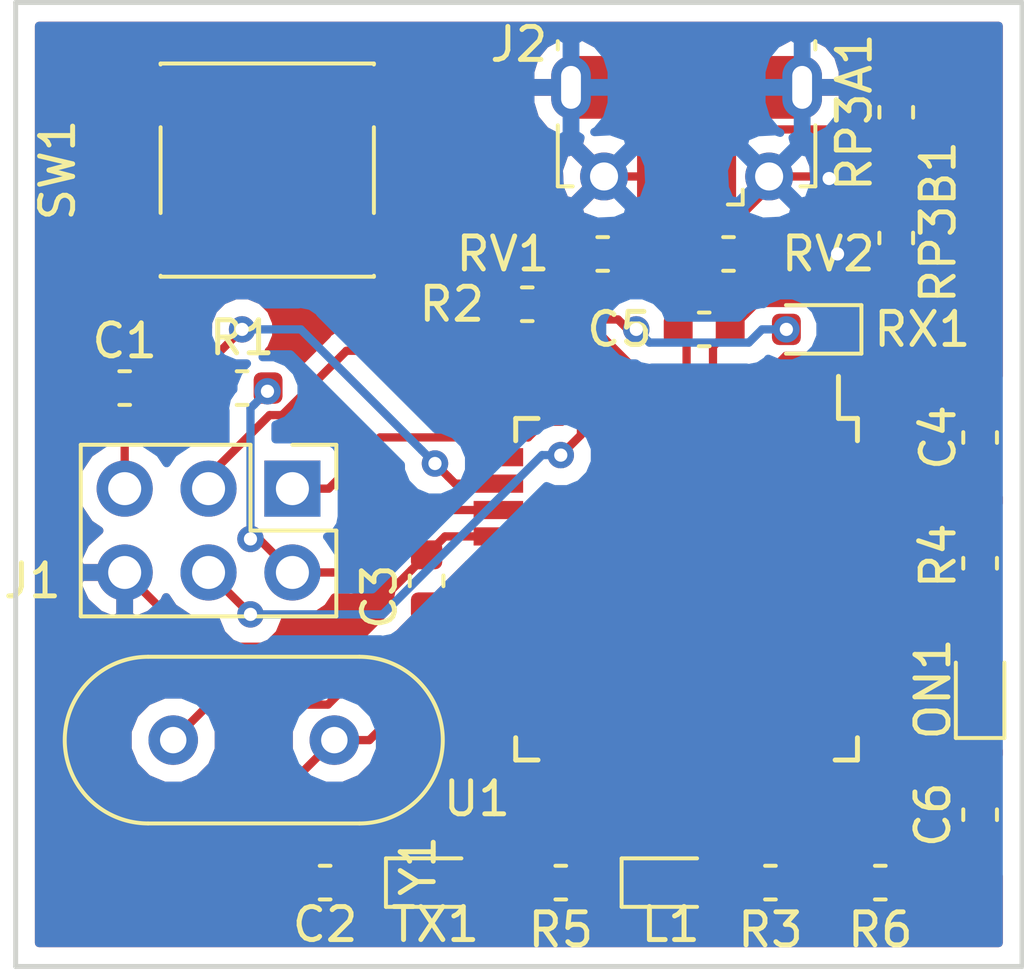
<source format=kicad_pcb>
(kicad_pcb (version 20171130) (host pcbnew "(5.0.0)")

  (general
    (thickness 1.6)
    (drawings 4)
    (tracks 170)
    (zones 0)
    (modules 25)
    (nets 48)
  )

  (page A4)
  (layers
    (0 F.Cu signal)
    (31 B.Cu signal)
    (32 B.Adhes user)
    (33 F.Adhes user)
    (34 B.Paste user)
    (35 F.Paste user)
    (36 B.SilkS user)
    (37 F.SilkS user)
    (38 B.Mask user)
    (39 F.Mask user)
    (40 Dwgs.User user)
    (41 Cmts.User user)
    (42 Eco1.User user)
    (43 Eco2.User user)
    (44 Edge.Cuts user)
    (45 Margin user)
    (46 B.CrtYd user)
    (47 F.CrtYd user)
    (48 B.Fab user)
    (49 F.Fab user hide)
  )

  (setup
    (last_trace_width 0.25)
    (trace_clearance 0.2)
    (zone_clearance 0.508)
    (zone_45_only no)
    (trace_min 0.2)
    (segment_width 0.2)
    (edge_width 0.15)
    (via_size 0.8)
    (via_drill 0.4)
    (via_min_size 0.4)
    (via_min_drill 0.3)
    (uvia_size 0.3)
    (uvia_drill 0.1)
    (uvias_allowed no)
    (uvia_min_size 0.2)
    (uvia_min_drill 0.1)
    (pcb_text_width 0.3)
    (pcb_text_size 1.5 1.5)
    (mod_edge_width 0.15)
    (mod_text_size 1 1)
    (mod_text_width 0.15)
    (pad_size 1.524 1.524)
    (pad_drill 0.762)
    (pad_to_mask_clearance 0.2)
    (aux_axis_origin 0 0)
    (visible_elements 7FFFFFFF)
    (pcbplotparams
      (layerselection 0x010fc_ffffffff)
      (usegerberextensions false)
      (usegerberattributes false)
      (usegerberadvancedattributes false)
      (creategerberjobfile false)
      (excludeedgelayer true)
      (linewidth 0.100000)
      (plotframeref false)
      (viasonmask false)
      (mode 1)
      (useauxorigin false)
      (hpglpennumber 1)
      (hpglpenspeed 20)
      (hpglpendiameter 15.000000)
      (psnegative false)
      (psa4output false)
      (plotreference true)
      (plotvalue true)
      (plotinvisibletext false)
      (padsonsilk false)
      (subtractmaskfromsilk false)
      (outputformat 1)
      (mirror false)
      (drillshape 1)
      (scaleselection 1)
      (outputdirectory ""))
  )

  (net 0 "")
  (net 1 "Net-(C1-Pad2)")
  (net 2 DTR)
  (net 3 "Net-(C2-Pad1)")
  (net 4 GND)
  (net 5 "Net-(C3-Pad1)")
  (net 6 "Net-(C4-Pad1)")
  (net 7 "Net-(C5-Pad1)")
  (net 8 MISO)
  (net 9 VCC)
  (net 10 SCK)
  (net 11 MOSI)
  (net 12 "Net-(J2-Pad1)")
  (net 13 "Net-(J2-Pad2)")
  (net 14 "Net-(J2-Pad3)")
  (net 15 "Net-(J2-Pad4)")
  (net 16 "Net-(L1-Pad2)")
  (net 17 "Net-(ON1-Pad2)")
  (net 18 "Net-(R2-Pad1)")
  (net 19 "Net-(R2-Pad2)")
  (net 20 "Net-(R3-Pad1)")
  (net 21 +5V)
  (net 22 "Net-(R5-Pad2)")
  (net 23 "Net-(R5-Pad1)")
  (net 24 "Net-(R6-Pad2)")
  (net 25 RD+)
  (net 26 RD-)
  (net 27 D7)
  (net 28 "Net-(U1-Pad7)")
  (net 29 IO11)
  (net 30 D3)
  (net 31 D2)
  (net 32 RX)
  (net 33 TX)
  (net 34 "Net-(U1-Pad22)")
  (net 35 D4)
  (net 36 D6)
  (net 37 IO8)
  (net 38 IO9)
  (net 39 IO10)
  (net 40 D5)
  (net 41 A0)
  (net 42 A1)
  (net 43 A2)
  (net 44 A3)
  (net 45 A4)
  (net 46 A5)
  (net 47 "Net-(U1-Pad2)")

  (net_class Default "This is the default net class."
    (clearance 0.2)
    (trace_width 0.25)
    (via_dia 0.8)
    (via_drill 0.4)
    (uvia_dia 0.3)
    (uvia_drill 0.1)
    (add_net +5V)
    (add_net A0)
    (add_net A1)
    (add_net A2)
    (add_net A3)
    (add_net A4)
    (add_net A5)
    (add_net D2)
    (add_net D3)
    (add_net D4)
    (add_net D5)
    (add_net D6)
    (add_net D7)
    (add_net DTR)
    (add_net GND)
    (add_net IO10)
    (add_net IO11)
    (add_net IO8)
    (add_net IO9)
    (add_net MISO)
    (add_net MOSI)
    (add_net "Net-(C1-Pad2)")
    (add_net "Net-(C2-Pad1)")
    (add_net "Net-(C3-Pad1)")
    (add_net "Net-(C4-Pad1)")
    (add_net "Net-(C5-Pad1)")
    (add_net "Net-(J2-Pad1)")
    (add_net "Net-(J2-Pad2)")
    (add_net "Net-(J2-Pad3)")
    (add_net "Net-(J2-Pad4)")
    (add_net "Net-(L1-Pad2)")
    (add_net "Net-(ON1-Pad2)")
    (add_net "Net-(R2-Pad1)")
    (add_net "Net-(R2-Pad2)")
    (add_net "Net-(R3-Pad1)")
    (add_net "Net-(R5-Pad1)")
    (add_net "Net-(R5-Pad2)")
    (add_net "Net-(R6-Pad2)")
    (add_net "Net-(U1-Pad2)")
    (add_net "Net-(U1-Pad22)")
    (add_net "Net-(U1-Pad7)")
    (add_net RD+)
    (add_net RD-)
    (add_net RX)
    (add_net SCK)
    (add_net TX)
    (add_net VCC)
  )

  (module Package_QFP:TQFP-44_10x10mm_P0.8mm (layer F.Cu) (tedit 5A02F146) (tstamp 5CCA6784)
    (at 120.65 87.63 270)
    (descr "44-Lead Plastic Thin Quad Flatpack (PT) - 10x10x1.0 mm Body [TQFP] (see Microchip Packaging Specification 00000049BS.pdf)")
    (tags "QFP 0.8")
    (path /5C49200D)
    (attr smd)
    (fp_text reference U1 (at 6.35 6.35) (layer F.SilkS)
      (effects (font (size 1 1) (thickness 0.15)))
    )
    (fp_text value ATmega32U4-AU (at 0 7.45 270) (layer F.Fab)
      (effects (font (size 1 1) (thickness 0.15)))
    )
    (fp_text user %R (at 0 0 270) (layer F.Fab)
      (effects (font (size 1 1) (thickness 0.15)))
    )
    (fp_line (start -4 -5) (end 5 -5) (layer F.Fab) (width 0.15))
    (fp_line (start 5 -5) (end 5 5) (layer F.Fab) (width 0.15))
    (fp_line (start 5 5) (end -5 5) (layer F.Fab) (width 0.15))
    (fp_line (start -5 5) (end -5 -4) (layer F.Fab) (width 0.15))
    (fp_line (start -5 -4) (end -4 -5) (layer F.Fab) (width 0.15))
    (fp_line (start -6.7 -6.7) (end -6.7 6.7) (layer F.CrtYd) (width 0.05))
    (fp_line (start 6.7 -6.7) (end 6.7 6.7) (layer F.CrtYd) (width 0.05))
    (fp_line (start -6.7 -6.7) (end 6.7 -6.7) (layer F.CrtYd) (width 0.05))
    (fp_line (start -6.7 6.7) (end 6.7 6.7) (layer F.CrtYd) (width 0.05))
    (fp_line (start -5.175 -5.175) (end -5.175 -4.6) (layer F.SilkS) (width 0.15))
    (fp_line (start 5.175 -5.175) (end 5.175 -4.5) (layer F.SilkS) (width 0.15))
    (fp_line (start 5.175 5.175) (end 5.175 4.5) (layer F.SilkS) (width 0.15))
    (fp_line (start -5.175 5.175) (end -5.175 4.5) (layer F.SilkS) (width 0.15))
    (fp_line (start -5.175 -5.175) (end -4.5 -5.175) (layer F.SilkS) (width 0.15))
    (fp_line (start -5.175 5.175) (end -4.5 5.175) (layer F.SilkS) (width 0.15))
    (fp_line (start 5.175 5.175) (end 4.5 5.175) (layer F.SilkS) (width 0.15))
    (fp_line (start 5.175 -5.175) (end 4.5 -5.175) (layer F.SilkS) (width 0.15))
    (fp_line (start -5.175 -4.6) (end -6.45 -4.6) (layer F.SilkS) (width 0.15))
    (pad 1 smd rect (at -5.7 -4 270) (size 1.5 0.55) (layers F.Cu F.Paste F.Mask)
      (net 27 D7))
    (pad 2 smd rect (at -5.7 -3.2 270) (size 1.5 0.55) (layers F.Cu F.Paste F.Mask)
      (net 47 "Net-(U1-Pad2)"))
    (pad 3 smd rect (at -5.7 -2.4 270) (size 1.5 0.55) (layers F.Cu F.Paste F.Mask)
      (net 26 RD-))
    (pad 4 smd rect (at -5.7 -1.6 270) (size 1.5 0.55) (layers F.Cu F.Paste F.Mask)
      (net 25 RD+))
    (pad 5 smd rect (at -5.7 -0.8 270) (size 1.5 0.55) (layers F.Cu F.Paste F.Mask)
      (net 4 GND))
    (pad 6 smd rect (at -5.7 0 270) (size 1.5 0.55) (layers F.Cu F.Paste F.Mask)
      (net 7 "Net-(C5-Pad1)"))
    (pad 7 smd rect (at -5.7 0.8 270) (size 1.5 0.55) (layers F.Cu F.Paste F.Mask)
      (net 28 "Net-(U1-Pad7)"))
    (pad 8 smd rect (at -5.7 1.6 270) (size 1.5 0.55) (layers F.Cu F.Paste F.Mask)
      (net 18 "Net-(R2-Pad1)"))
    (pad 9 smd rect (at -5.7 2.4 270) (size 1.5 0.55) (layers F.Cu F.Paste F.Mask)
      (net 10 SCK))
    (pad 10 smd rect (at -5.7 3.2 270) (size 1.5 0.55) (layers F.Cu F.Paste F.Mask)
      (net 11 MOSI))
    (pad 11 smd rect (at -5.7 4 270) (size 1.5 0.55) (layers F.Cu F.Paste F.Mask)
      (net 8 MISO))
    (pad 12 smd rect (at -4 5.7) (size 1.5 0.55) (layers F.Cu F.Paste F.Mask)
      (net 29 IO11))
    (pad 13 smd rect (at -3.2 5.7) (size 1.5 0.55) (layers F.Cu F.Paste F.Mask)
      (net 1 "Net-(C1-Pad2)"))
    (pad 14 smd rect (at -2.4 5.7) (size 1.5 0.55) (layers F.Cu F.Paste F.Mask)
      (net 9 VCC))
    (pad 15 smd rect (at -1.6 5.7) (size 1.5 0.55) (layers F.Cu F.Paste F.Mask)
      (net 4 GND))
    (pad 16 smd rect (at -0.8 5.7) (size 1.5 0.55) (layers F.Cu F.Paste F.Mask)
      (net 5 "Net-(C3-Pad1)"))
    (pad 17 smd rect (at 0 5.7) (size 1.5 0.55) (layers F.Cu F.Paste F.Mask)
      (net 3 "Net-(C2-Pad1)"))
    (pad 18 smd rect (at 0.8 5.7) (size 1.5 0.55) (layers F.Cu F.Paste F.Mask)
      (net 30 D3))
    (pad 19 smd rect (at 1.6 5.7) (size 1.5 0.55) (layers F.Cu F.Paste F.Mask)
      (net 31 D2))
    (pad 20 smd rect (at 2.4 5.7) (size 1.5 0.55) (layers F.Cu F.Paste F.Mask)
      (net 32 RX))
    (pad 21 smd rect (at 3.2 5.7) (size 1.5 0.55) (layers F.Cu F.Paste F.Mask)
      (net 33 TX))
    (pad 22 smd rect (at 4 5.7) (size 1.5 0.55) (layers F.Cu F.Paste F.Mask)
      (net 34 "Net-(U1-Pad22)"))
    (pad 23 smd rect (at 5.7 4 270) (size 1.5 0.55) (layers F.Cu F.Paste F.Mask)
      (net 4 GND))
    (pad 24 smd rect (at 5.7 3.2 270) (size 1.5 0.55) (layers F.Cu F.Paste F.Mask)
      (net 9 VCC))
    (pad 25 smd rect (at 5.7 2.4 270) (size 1.5 0.55) (layers F.Cu F.Paste F.Mask)
      (net 35 D4))
    (pad 26 smd rect (at 5.7 1.6 270) (size 1.5 0.55) (layers F.Cu F.Paste F.Mask)
      (net 23 "Net-(R5-Pad1)"))
    (pad 27 smd rect (at 5.7 0.8 270) (size 1.5 0.55) (layers F.Cu F.Paste F.Mask)
      (net 36 D6))
    (pad 28 smd rect (at 5.7 0 270) (size 1.5 0.55) (layers F.Cu F.Paste F.Mask)
      (net 37 IO8))
    (pad 29 smd rect (at 5.7 -0.8 270) (size 1.5 0.55) (layers F.Cu F.Paste F.Mask)
      (net 38 IO9))
    (pad 30 smd rect (at 5.7 -1.6 270) (size 1.5 0.55) (layers F.Cu F.Paste F.Mask)
      (net 39 IO10))
    (pad 31 smd rect (at 5.7 -2.4 270) (size 1.5 0.55) (layers F.Cu F.Paste F.Mask)
      (net 40 D5))
    (pad 32 smd rect (at 5.7 -3.2 270) (size 1.5 0.55) (layers F.Cu F.Paste F.Mask)
      (net 20 "Net-(R3-Pad1)"))
    (pad 33 smd rect (at 5.7 -4 270) (size 1.5 0.55) (layers F.Cu F.Paste F.Mask)
      (net 24 "Net-(R6-Pad2)"))
    (pad 34 smd rect (at 4 -5.7) (size 1.5 0.55) (layers F.Cu F.Paste F.Mask)
      (net 9 VCC))
    (pad 35 smd rect (at 3.2 -5.7) (size 1.5 0.55) (layers F.Cu F.Paste F.Mask)
      (net 4 GND))
    (pad 36 smd rect (at 2.4 -5.7) (size 1.5 0.55) (layers F.Cu F.Paste F.Mask)
      (net 41 A0))
    (pad 37 smd rect (at 1.6 -5.7) (size 1.5 0.55) (layers F.Cu F.Paste F.Mask)
      (net 42 A1))
    (pad 38 smd rect (at 0.8 -5.7) (size 1.5 0.55) (layers F.Cu F.Paste F.Mask)
      (net 43 A2))
    (pad 39 smd rect (at 0 -5.7) (size 1.5 0.55) (layers F.Cu F.Paste F.Mask)
      (net 44 A3))
    (pad 40 smd rect (at -0.8 -5.7) (size 1.5 0.55) (layers F.Cu F.Paste F.Mask)
      (net 45 A4))
    (pad 41 smd rect (at -1.6 -5.7) (size 1.5 0.55) (layers F.Cu F.Paste F.Mask)
      (net 46 A5))
    (pad 42 smd rect (at -2.4 -5.7) (size 1.5 0.55) (layers F.Cu F.Paste F.Mask)
      (net 6 "Net-(C4-Pad1)"))
    (pad 43 smd rect (at -3.2 -5.7) (size 1.5 0.55) (layers F.Cu F.Paste F.Mask)
      (net 4 GND))
    (pad 44 smd rect (at -4 -5.7) (size 1.5 0.55) (layers F.Cu F.Paste F.Mask)
      (net 9 VCC))
    (model ${KISYS3DMOD}/Package_QFP.3dshapes/TQFP-44_10x10mm_P0.8mm.wrl
      (at (xyz 0 0 0))
      (scale (xyz 1 1 1))
      (rotate (xyz 0 0 0))
    )
  )

  (module Diode_SMD:D_0603_1608Metric (layer F.Cu) (tedit 5B301BBE) (tstamp 5CD8BDF1)
    (at 129.54 90.6525 90)
    (descr "Diode SMD 0603 (1608 Metric), square (rectangular) end terminal, IPC_7351 nominal, (Body size source: http://www.tortai-tech.com/upload/download/2011102023233369053.pdf), generated with kicad-footprint-generator")
    (tags diode)
    (path /5C4BEECC)
    (attr smd)
    (fp_text reference ON1 (at 0 -1.43 90) (layer F.SilkS)
      (effects (font (size 1 1) (thickness 0.15)))
    )
    (fp_text value BLUE (at 0 1.43 90) (layer F.Fab)
      (effects (font (size 1 1) (thickness 0.15)))
    )
    (fp_line (start 0.8 -0.4) (end -0.5 -0.4) (layer F.Fab) (width 0.1))
    (fp_line (start -0.5 -0.4) (end -0.8 -0.1) (layer F.Fab) (width 0.1))
    (fp_line (start -0.8 -0.1) (end -0.8 0.4) (layer F.Fab) (width 0.1))
    (fp_line (start -0.8 0.4) (end 0.8 0.4) (layer F.Fab) (width 0.1))
    (fp_line (start 0.8 0.4) (end 0.8 -0.4) (layer F.Fab) (width 0.1))
    (fp_line (start 0.8 -0.735) (end -1.485 -0.735) (layer F.SilkS) (width 0.12))
    (fp_line (start -1.485 -0.735) (end -1.485 0.735) (layer F.SilkS) (width 0.12))
    (fp_line (start -1.485 0.735) (end 0.8 0.735) (layer F.SilkS) (width 0.12))
    (fp_line (start -1.48 0.73) (end -1.48 -0.73) (layer F.CrtYd) (width 0.05))
    (fp_line (start -1.48 -0.73) (end 1.48 -0.73) (layer F.CrtYd) (width 0.05))
    (fp_line (start 1.48 -0.73) (end 1.48 0.73) (layer F.CrtYd) (width 0.05))
    (fp_line (start 1.48 0.73) (end -1.48 0.73) (layer F.CrtYd) (width 0.05))
    (fp_text user %R (at 0 0 90) (layer F.Fab)
      (effects (font (size 0.4 0.4) (thickness 0.06)))
    )
    (pad 1 smd roundrect (at -0.7875 0 90) (size 0.875 0.95) (layers F.Cu F.Paste F.Mask) (roundrect_rratio 0.25)
      (net 4 GND))
    (pad 2 smd roundrect (at 0.7875 0 90) (size 0.875 0.95) (layers F.Cu F.Paste F.Mask) (roundrect_rratio 0.25)
      (net 17 "Net-(ON1-Pad2)"))
    (model ${KISYS3DMOD}/Diode_SMD.3dshapes/D_0603_1608Metric.wrl
      (at (xyz 0 0 0))
      (scale (xyz 1 1 1))
      (rotate (xyz 0 0 0))
    )
  )

  (module Crystal:Crystal_HC49-4H_Vertical (layer F.Cu) (tedit 5A1AD3B7) (tstamp 5CD4D58D)
    (at 109.982 92.202 180)
    (descr "Crystal THT HC-49-4H http://5hertz.com/pdfs/04404_D.pdf")
    (tags "THT crystalHC-49-4H")
    (path /5C63BBD0)
    (fp_text reference Y1 (at -2.54 -3.81 270) (layer F.SilkS)
      (effects (font (size 1 1) (thickness 0.15)))
    )
    (fp_text value Crystal (at 2.44 3.525 180) (layer F.Fab)
      (effects (font (size 1 1) (thickness 0.15)))
    )
    (fp_text user %R (at 2.44 0 180) (layer F.Fab)
      (effects (font (size 1 1) (thickness 0.15)))
    )
    (fp_line (start -0.76 -2.325) (end 5.64 -2.325) (layer F.Fab) (width 0.1))
    (fp_line (start -0.76 2.325) (end 5.64 2.325) (layer F.Fab) (width 0.1))
    (fp_line (start -0.56 -2) (end 5.44 -2) (layer F.Fab) (width 0.1))
    (fp_line (start -0.56 2) (end 5.44 2) (layer F.Fab) (width 0.1))
    (fp_line (start -0.76 -2.525) (end 5.64 -2.525) (layer F.SilkS) (width 0.12))
    (fp_line (start -0.76 2.525) (end 5.64 2.525) (layer F.SilkS) (width 0.12))
    (fp_line (start -3.6 -2.8) (end -3.6 2.8) (layer F.CrtYd) (width 0.05))
    (fp_line (start -3.6 2.8) (end 8.5 2.8) (layer F.CrtYd) (width 0.05))
    (fp_line (start 8.5 2.8) (end 8.5 -2.8) (layer F.CrtYd) (width 0.05))
    (fp_line (start 8.5 -2.8) (end -3.6 -2.8) (layer F.CrtYd) (width 0.05))
    (fp_arc (start -0.76 0) (end -0.76 -2.325) (angle -180) (layer F.Fab) (width 0.1))
    (fp_arc (start 5.64 0) (end 5.64 -2.325) (angle 180) (layer F.Fab) (width 0.1))
    (fp_arc (start -0.56 0) (end -0.56 -2) (angle -180) (layer F.Fab) (width 0.1))
    (fp_arc (start 5.44 0) (end 5.44 -2) (angle 180) (layer F.Fab) (width 0.1))
    (fp_arc (start -0.76 0) (end -0.76 -2.525) (angle -180) (layer F.SilkS) (width 0.12))
    (fp_arc (start 5.64 0) (end 5.64 -2.525) (angle 180) (layer F.SilkS) (width 0.12))
    (pad 1 thru_hole circle (at 0 0 180) (size 1.5 1.5) (drill 0.8) (layers *.Cu *.Mask)
      (net 3 "Net-(C2-Pad1)"))
    (pad 2 thru_hole circle (at 4.88 0 180) (size 1.5 1.5) (drill 0.8) (layers *.Cu *.Mask)
      (net 5 "Net-(C3-Pad1)"))
    (model ${KISYS3DMOD}/Crystal.3dshapes/Crystal_HC49-4H_Vertical.wrl
      (at (xyz 0 0 0))
      (scale (xyz 1 1 1))
      (rotate (xyz 0 0 0))
    )
  )

  (module Capacitor_SMD:C_0603_1608Metric (layer F.Cu) (tedit 5B301BBE) (tstamp 5CCA65A6)
    (at 103.632 81.534)
    (descr "Capacitor SMD 0603 (1608 Metric), square (rectangular) end terminal, IPC_7351 nominal, (Body size source: http://www.tortai-tech.com/upload/download/2011102023233369053.pdf), generated with kicad-footprint-generator")
    (tags capacitor)
    (path /5C560F95)
    (attr smd)
    (fp_text reference C1 (at 0 -1.43) (layer F.SilkS)
      (effects (font (size 1 1) (thickness 0.15)))
    )
    (fp_text value 0.1uF (at 0 1.43) (layer F.Fab)
      (effects (font (size 1 1) (thickness 0.15)))
    )
    (fp_text user %R (at 0 0) (layer F.Fab)
      (effects (font (size 0.4 0.4) (thickness 0.06)))
    )
    (fp_line (start 1.48 0.73) (end -1.48 0.73) (layer F.CrtYd) (width 0.05))
    (fp_line (start 1.48 -0.73) (end 1.48 0.73) (layer F.CrtYd) (width 0.05))
    (fp_line (start -1.48 -0.73) (end 1.48 -0.73) (layer F.CrtYd) (width 0.05))
    (fp_line (start -1.48 0.73) (end -1.48 -0.73) (layer F.CrtYd) (width 0.05))
    (fp_line (start -0.162779 0.51) (end 0.162779 0.51) (layer F.SilkS) (width 0.12))
    (fp_line (start -0.162779 -0.51) (end 0.162779 -0.51) (layer F.SilkS) (width 0.12))
    (fp_line (start 0.8 0.4) (end -0.8 0.4) (layer F.Fab) (width 0.1))
    (fp_line (start 0.8 -0.4) (end 0.8 0.4) (layer F.Fab) (width 0.1))
    (fp_line (start -0.8 -0.4) (end 0.8 -0.4) (layer F.Fab) (width 0.1))
    (fp_line (start -0.8 0.4) (end -0.8 -0.4) (layer F.Fab) (width 0.1))
    (pad 2 smd roundrect (at 0.7875 0) (size 0.875 0.95) (layers F.Cu F.Paste F.Mask) (roundrect_rratio 0.25)
      (net 1 "Net-(C1-Pad2)"))
    (pad 1 smd roundrect (at -0.7875 0) (size 0.875 0.95) (layers F.Cu F.Paste F.Mask) (roundrect_rratio 0.25)
      (net 2 DTR))
    (model ${KISYS3DMOD}/Capacitor_SMD.3dshapes/C_0603_1608Metric.wrl
      (at (xyz 0 0 0))
      (scale (xyz 1 1 1))
      (rotate (xyz 0 0 0))
    )
  )

  (module Capacitor_SMD:C_0603_1608Metric (layer F.Cu) (tedit 5B301BBE) (tstamp 5CCA65B7)
    (at 109.7025 96.52)
    (descr "Capacitor SMD 0603 (1608 Metric), square (rectangular) end terminal, IPC_7351 nominal, (Body size source: http://www.tortai-tech.com/upload/download/2011102023233369053.pdf), generated with kicad-footprint-generator")
    (tags capacitor)
    (path /5C501306)
    (attr smd)
    (fp_text reference C2 (at 0 1.27) (layer F.SilkS)
      (effects (font (size 1 1) (thickness 0.15)))
    )
    (fp_text value 22pF (at 0 1.43) (layer F.Fab)
      (effects (font (size 1 1) (thickness 0.15)))
    )
    (fp_line (start -0.8 0.4) (end -0.8 -0.4) (layer F.Fab) (width 0.1))
    (fp_line (start -0.8 -0.4) (end 0.8 -0.4) (layer F.Fab) (width 0.1))
    (fp_line (start 0.8 -0.4) (end 0.8 0.4) (layer F.Fab) (width 0.1))
    (fp_line (start 0.8 0.4) (end -0.8 0.4) (layer F.Fab) (width 0.1))
    (fp_line (start -0.162779 -0.51) (end 0.162779 -0.51) (layer F.SilkS) (width 0.12))
    (fp_line (start -0.162779 0.51) (end 0.162779 0.51) (layer F.SilkS) (width 0.12))
    (fp_line (start -1.48 0.73) (end -1.48 -0.73) (layer F.CrtYd) (width 0.05))
    (fp_line (start -1.48 -0.73) (end 1.48 -0.73) (layer F.CrtYd) (width 0.05))
    (fp_line (start 1.48 -0.73) (end 1.48 0.73) (layer F.CrtYd) (width 0.05))
    (fp_line (start 1.48 0.73) (end -1.48 0.73) (layer F.CrtYd) (width 0.05))
    (fp_text user %R (at 0 0) (layer F.Fab)
      (effects (font (size 0.4 0.4) (thickness 0.06)))
    )
    (pad 1 smd roundrect (at -0.7875 0) (size 0.875 0.95) (layers F.Cu F.Paste F.Mask) (roundrect_rratio 0.25)
      (net 3 "Net-(C2-Pad1)"))
    (pad 2 smd roundrect (at 0.7875 0) (size 0.875 0.95) (layers F.Cu F.Paste F.Mask) (roundrect_rratio 0.25)
      (net 4 GND))
    (model ${KISYS3DMOD}/Capacitor_SMD.3dshapes/C_0603_1608Metric.wrl
      (at (xyz 0 0 0))
      (scale (xyz 1 1 1))
      (rotate (xyz 0 0 0))
    )
  )

  (module Capacitor_SMD:C_0603_1608Metric (layer F.Cu) (tedit 5B301BBE) (tstamp 5CD8B7ED)
    (at 112.776 87.376 90)
    (descr "Capacitor SMD 0603 (1608 Metric), square (rectangular) end terminal, IPC_7351 nominal, (Body size source: http://www.tortai-tech.com/upload/download/2011102023233369053.pdf), generated with kicad-footprint-generator")
    (tags capacitor)
    (path /5C5013EF)
    (attr smd)
    (fp_text reference C3 (at -0.4825 -1.43 90) (layer F.SilkS)
      (effects (font (size 1 1) (thickness 0.15)))
    )
    (fp_text value 22pF (at 0 1.43 90) (layer F.Fab)
      (effects (font (size 1 1) (thickness 0.15)))
    )
    (fp_text user %R (at 0 0 90) (layer F.Fab)
      (effects (font (size 0.4 0.4) (thickness 0.06)))
    )
    (fp_line (start 1.48 0.73) (end -1.48 0.73) (layer F.CrtYd) (width 0.05))
    (fp_line (start 1.48 -0.73) (end 1.48 0.73) (layer F.CrtYd) (width 0.05))
    (fp_line (start -1.48 -0.73) (end 1.48 -0.73) (layer F.CrtYd) (width 0.05))
    (fp_line (start -1.48 0.73) (end -1.48 -0.73) (layer F.CrtYd) (width 0.05))
    (fp_line (start -0.162779 0.51) (end 0.162779 0.51) (layer F.SilkS) (width 0.12))
    (fp_line (start -0.162779 -0.51) (end 0.162779 -0.51) (layer F.SilkS) (width 0.12))
    (fp_line (start 0.8 0.4) (end -0.8 0.4) (layer F.Fab) (width 0.1))
    (fp_line (start 0.8 -0.4) (end 0.8 0.4) (layer F.Fab) (width 0.1))
    (fp_line (start -0.8 -0.4) (end 0.8 -0.4) (layer F.Fab) (width 0.1))
    (fp_line (start -0.8 0.4) (end -0.8 -0.4) (layer F.Fab) (width 0.1))
    (pad 2 smd roundrect (at 0.7875 0 90) (size 0.875 0.95) (layers F.Cu F.Paste F.Mask) (roundrect_rratio 0.25)
      (net 4 GND))
    (pad 1 smd roundrect (at -0.7875 0 90) (size 0.875 0.95) (layers F.Cu F.Paste F.Mask) (roundrect_rratio 0.25)
      (net 5 "Net-(C3-Pad1)"))
    (model ${KISYS3DMOD}/Capacitor_SMD.3dshapes/C_0603_1608Metric.wrl
      (at (xyz 0 0 0))
      (scale (xyz 1 1 1))
      (rotate (xyz 0 0 0))
    )
  )

  (module Capacitor_SMD:C_0603_1608Metric (layer F.Cu) (tedit 5B301BBE) (tstamp 5CCA65D9)
    (at 129.54 83.0325 90)
    (descr "Capacitor SMD 0603 (1608 Metric), square (rectangular) end terminal, IPC_7351 nominal, (Body size source: http://www.tortai-tech.com/upload/download/2011102023233369053.pdf), generated with kicad-footprint-generator")
    (tags capacitor)
    (path /5C4FF423)
    (attr smd)
    (fp_text reference C4 (at 0 -1.27 90) (layer F.SilkS)
      (effects (font (size 1 1) (thickness 0.15)))
    )
    (fp_text value 100n (at 0 1.43 90) (layer F.Fab)
      (effects (font (size 1 1) (thickness 0.15)))
    )
    (fp_line (start -0.8 0.4) (end -0.8 -0.4) (layer F.Fab) (width 0.1))
    (fp_line (start -0.8 -0.4) (end 0.8 -0.4) (layer F.Fab) (width 0.1))
    (fp_line (start 0.8 -0.4) (end 0.8 0.4) (layer F.Fab) (width 0.1))
    (fp_line (start 0.8 0.4) (end -0.8 0.4) (layer F.Fab) (width 0.1))
    (fp_line (start -0.162779 -0.51) (end 0.162779 -0.51) (layer F.SilkS) (width 0.12))
    (fp_line (start -0.162779 0.51) (end 0.162779 0.51) (layer F.SilkS) (width 0.12))
    (fp_line (start -1.48 0.73) (end -1.48 -0.73) (layer F.CrtYd) (width 0.05))
    (fp_line (start -1.48 -0.73) (end 1.48 -0.73) (layer F.CrtYd) (width 0.05))
    (fp_line (start 1.48 -0.73) (end 1.48 0.73) (layer F.CrtYd) (width 0.05))
    (fp_line (start 1.48 0.73) (end -1.48 0.73) (layer F.CrtYd) (width 0.05))
    (fp_text user %R (at 0 0 90) (layer F.Fab)
      (effects (font (size 0.4 0.4) (thickness 0.06)))
    )
    (pad 1 smd roundrect (at -0.7875 0 90) (size 0.875 0.95) (layers F.Cu F.Paste F.Mask) (roundrect_rratio 0.25)
      (net 6 "Net-(C4-Pad1)"))
    (pad 2 smd roundrect (at 0.7875 0 90) (size 0.875 0.95) (layers F.Cu F.Paste F.Mask) (roundrect_rratio 0.25)
      (net 4 GND))
    (model ${KISYS3DMOD}/Capacitor_SMD.3dshapes/C_0603_1608Metric.wrl
      (at (xyz 0 0 0))
      (scale (xyz 1 1 1))
      (rotate (xyz 0 0 0))
    )
  )

  (module Capacitor_SMD:C_0603_1608Metric (layer F.Cu) (tedit 5B301BBE) (tstamp 5CD4E275)
    (at 121.1835 79.756)
    (descr "Capacitor SMD 0603 (1608 Metric), square (rectangular) end terminal, IPC_7351 nominal, (Body size source: http://www.tortai-tech.com/upload/download/2011102023233369053.pdf), generated with kicad-footprint-generator")
    (tags capacitor)
    (path /5C4FE9BC)
    (attr smd)
    (fp_text reference C5 (at -2.5655 0) (layer F.SilkS)
      (effects (font (size 1 1) (thickness 0.15)))
    )
    (fp_text value 1uF (at 0 1.43) (layer F.Fab)
      (effects (font (size 1 1) (thickness 0.15)))
    )
    (fp_line (start -0.8 0.4) (end -0.8 -0.4) (layer F.Fab) (width 0.1))
    (fp_line (start -0.8 -0.4) (end 0.8 -0.4) (layer F.Fab) (width 0.1))
    (fp_line (start 0.8 -0.4) (end 0.8 0.4) (layer F.Fab) (width 0.1))
    (fp_line (start 0.8 0.4) (end -0.8 0.4) (layer F.Fab) (width 0.1))
    (fp_line (start -0.162779 -0.51) (end 0.162779 -0.51) (layer F.SilkS) (width 0.12))
    (fp_line (start -0.162779 0.51) (end 0.162779 0.51) (layer F.SilkS) (width 0.12))
    (fp_line (start -1.48 0.73) (end -1.48 -0.73) (layer F.CrtYd) (width 0.05))
    (fp_line (start -1.48 -0.73) (end 1.48 -0.73) (layer F.CrtYd) (width 0.05))
    (fp_line (start 1.48 -0.73) (end 1.48 0.73) (layer F.CrtYd) (width 0.05))
    (fp_line (start 1.48 0.73) (end -1.48 0.73) (layer F.CrtYd) (width 0.05))
    (fp_text user %R (at 0 0) (layer F.Fab)
      (effects (font (size 0.4 0.4) (thickness 0.06)))
    )
    (pad 1 smd roundrect (at -0.7875 0) (size 0.875 0.95) (layers F.Cu F.Paste F.Mask) (roundrect_rratio 0.25)
      (net 7 "Net-(C5-Pad1)"))
    (pad 2 smd roundrect (at 0.7875 0) (size 0.875 0.95) (layers F.Cu F.Paste F.Mask) (roundrect_rratio 0.25)
      (net 4 GND))
    (model ${KISYS3DMOD}/Capacitor_SMD.3dshapes/C_0603_1608Metric.wrl
      (at (xyz 0 0 0))
      (scale (xyz 1 1 1))
      (rotate (xyz 0 0 0))
    )
  )

  (module Diode_SMD:D_0603_1608Metric (layer F.Cu) (tedit 5B301BBE) (tstamp 5CD4DC19)
    (at 120.1675 96.52)
    (descr "Diode SMD 0603 (1608 Metric), square (rectangular) end terminal, IPC_7351 nominal, (Body size source: http://www.tortai-tech.com/upload/download/2011102023233369053.pdf), generated with kicad-footprint-generator")
    (tags diode)
    (path /5C4BDCF4)
    (attr smd)
    (fp_text reference L1 (at 0 1.27) (layer F.SilkS)
      (effects (font (size 1 1) (thickness 0.15)))
    )
    (fp_text value GREEN (at 0 1.43) (layer F.Fab)
      (effects (font (size 1 1) (thickness 0.15)))
    )
    (fp_text user %R (at 0 0) (layer F.Fab)
      (effects (font (size 0.4 0.4) (thickness 0.06)))
    )
    (fp_line (start 1.48 0.73) (end -1.48 0.73) (layer F.CrtYd) (width 0.05))
    (fp_line (start 1.48 -0.73) (end 1.48 0.73) (layer F.CrtYd) (width 0.05))
    (fp_line (start -1.48 -0.73) (end 1.48 -0.73) (layer F.CrtYd) (width 0.05))
    (fp_line (start -1.48 0.73) (end -1.48 -0.73) (layer F.CrtYd) (width 0.05))
    (fp_line (start -1.485 0.735) (end 0.8 0.735) (layer F.SilkS) (width 0.12))
    (fp_line (start -1.485 -0.735) (end -1.485 0.735) (layer F.SilkS) (width 0.12))
    (fp_line (start 0.8 -0.735) (end -1.485 -0.735) (layer F.SilkS) (width 0.12))
    (fp_line (start 0.8 0.4) (end 0.8 -0.4) (layer F.Fab) (width 0.1))
    (fp_line (start -0.8 0.4) (end 0.8 0.4) (layer F.Fab) (width 0.1))
    (fp_line (start -0.8 -0.1) (end -0.8 0.4) (layer F.Fab) (width 0.1))
    (fp_line (start -0.5 -0.4) (end -0.8 -0.1) (layer F.Fab) (width 0.1))
    (fp_line (start 0.8 -0.4) (end -0.5 -0.4) (layer F.Fab) (width 0.1))
    (pad 2 smd roundrect (at 0.7875 0) (size 0.875 0.95) (layers F.Cu F.Paste F.Mask) (roundrect_rratio 0.25)
      (net 16 "Net-(L1-Pad2)"))
    (pad 1 smd roundrect (at -0.7875 0) (size 0.875 0.95) (layers F.Cu F.Paste F.Mask) (roundrect_rratio 0.25)
      (net 4 GND))
    (model ${KISYS3DMOD}/Diode_SMD.3dshapes/D_0603_1608Metric.wrl
      (at (xyz 0 0 0))
      (scale (xyz 1 1 1))
      (rotate (xyz 0 0 0))
    )
  )

  (module Resistor_SMD:R_0603_1608Metric (layer F.Cu) (tedit 5B301BBD) (tstamp 5CCA6664)
    (at 107.188 81.534 180)
    (descr "Resistor SMD 0603 (1608 Metric), square (rectangular) end terminal, IPC_7351 nominal, (Body size source: http://www.tortai-tech.com/upload/download/2011102023233369053.pdf), generated with kicad-footprint-generator")
    (tags resistor)
    (path /5C5373EE)
    (attr smd)
    (fp_text reference R1 (at 0 1.524 180) (layer F.SilkS)
      (effects (font (size 1 1) (thickness 0.15)))
    )
    (fp_text value 10K (at 0 1.43 180) (layer F.Fab)
      (effects (font (size 1 1) (thickness 0.15)))
    )
    (fp_text user %R (at 0 0 180) (layer F.Fab)
      (effects (font (size 0.4 0.4) (thickness 0.06)))
    )
    (fp_line (start 1.48 0.73) (end -1.48 0.73) (layer F.CrtYd) (width 0.05))
    (fp_line (start 1.48 -0.73) (end 1.48 0.73) (layer F.CrtYd) (width 0.05))
    (fp_line (start -1.48 -0.73) (end 1.48 -0.73) (layer F.CrtYd) (width 0.05))
    (fp_line (start -1.48 0.73) (end -1.48 -0.73) (layer F.CrtYd) (width 0.05))
    (fp_line (start -0.162779 0.51) (end 0.162779 0.51) (layer F.SilkS) (width 0.12))
    (fp_line (start -0.162779 -0.51) (end 0.162779 -0.51) (layer F.SilkS) (width 0.12))
    (fp_line (start 0.8 0.4) (end -0.8 0.4) (layer F.Fab) (width 0.1))
    (fp_line (start 0.8 -0.4) (end 0.8 0.4) (layer F.Fab) (width 0.1))
    (fp_line (start -0.8 -0.4) (end 0.8 -0.4) (layer F.Fab) (width 0.1))
    (fp_line (start -0.8 0.4) (end -0.8 -0.4) (layer F.Fab) (width 0.1))
    (pad 2 smd roundrect (at 0.7875 0 180) (size 0.875 0.95) (layers F.Cu F.Paste F.Mask) (roundrect_rratio 0.25)
      (net 1 "Net-(C1-Pad2)"))
    (pad 1 smd roundrect (at -0.7875 0 180) (size 0.875 0.95) (layers F.Cu F.Paste F.Mask) (roundrect_rratio 0.25)
      (net 9 VCC))
    (model ${KISYS3DMOD}/Resistor_SMD.3dshapes/R_0603_1608Metric.wrl
      (at (xyz 0 0 0))
      (scale (xyz 1 1 1))
      (rotate (xyz 0 0 0))
    )
  )

  (module Resistor_SMD:R_0603_1608Metric (layer F.Cu) (tedit 5B301BBD) (tstamp 5CD8BB99)
    (at 115.824 78.994)
    (descr "Resistor SMD 0603 (1608 Metric), square (rectangular) end terminal, IPC_7351 nominal, (Body size source: http://www.tortai-tech.com/upload/download/2011102023233369053.pdf), generated with kicad-footprint-generator")
    (tags resistor)
    (path /5C4BD606)
    (attr smd)
    (fp_text reference R2 (at -2.286 0) (layer F.SilkS)
      (effects (font (size 1 1) (thickness 0.15)))
    )
    (fp_text value 1K (at 0 1.43) (layer F.Fab)
      (effects (font (size 1 1) (thickness 0.15)))
    )
    (fp_line (start -0.8 0.4) (end -0.8 -0.4) (layer F.Fab) (width 0.1))
    (fp_line (start -0.8 -0.4) (end 0.8 -0.4) (layer F.Fab) (width 0.1))
    (fp_line (start 0.8 -0.4) (end 0.8 0.4) (layer F.Fab) (width 0.1))
    (fp_line (start 0.8 0.4) (end -0.8 0.4) (layer F.Fab) (width 0.1))
    (fp_line (start -0.162779 -0.51) (end 0.162779 -0.51) (layer F.SilkS) (width 0.12))
    (fp_line (start -0.162779 0.51) (end 0.162779 0.51) (layer F.SilkS) (width 0.12))
    (fp_line (start -1.48 0.73) (end -1.48 -0.73) (layer F.CrtYd) (width 0.05))
    (fp_line (start -1.48 -0.73) (end 1.48 -0.73) (layer F.CrtYd) (width 0.05))
    (fp_line (start 1.48 -0.73) (end 1.48 0.73) (layer F.CrtYd) (width 0.05))
    (fp_line (start 1.48 0.73) (end -1.48 0.73) (layer F.CrtYd) (width 0.05))
    (fp_text user %R (at 0 0) (layer F.Fab)
      (effects (font (size 0.4 0.4) (thickness 0.06)))
    )
    (pad 1 smd roundrect (at -0.7875 0) (size 0.875 0.95) (layers F.Cu F.Paste F.Mask) (roundrect_rratio 0.25)
      (net 18 "Net-(R2-Pad1)"))
    (pad 2 smd roundrect (at 0.7875 0) (size 0.875 0.95) (layers F.Cu F.Paste F.Mask) (roundrect_rratio 0.25)
      (net 19 "Net-(R2-Pad2)"))
    (model ${KISYS3DMOD}/Resistor_SMD.3dshapes/R_0603_1608Metric.wrl
      (at (xyz 0 0 0))
      (scale (xyz 1 1 1))
      (rotate (xyz 0 0 0))
    )
  )

  (module Resistor_SMD:R_0603_1608Metric (layer F.Cu) (tedit 5B301BBD) (tstamp 5CD4E0FC)
    (at 123.19 96.52 180)
    (descr "Resistor SMD 0603 (1608 Metric), square (rectangular) end terminal, IPC_7351 nominal, (Body size source: http://www.tortai-tech.com/upload/download/2011102023233369053.pdf), generated with kicad-footprint-generator")
    (tags resistor)
    (path /5C4BD652)
    (attr smd)
    (fp_text reference R3 (at 0 -1.43 180) (layer F.SilkS)
      (effects (font (size 1 1) (thickness 0.15)))
    )
    (fp_text value 1K (at 0 1.43 180) (layer F.Fab)
      (effects (font (size 1 1) (thickness 0.15)))
    )
    (fp_line (start -0.8 0.4) (end -0.8 -0.4) (layer F.Fab) (width 0.1))
    (fp_line (start -0.8 -0.4) (end 0.8 -0.4) (layer F.Fab) (width 0.1))
    (fp_line (start 0.8 -0.4) (end 0.8 0.4) (layer F.Fab) (width 0.1))
    (fp_line (start 0.8 0.4) (end -0.8 0.4) (layer F.Fab) (width 0.1))
    (fp_line (start -0.162779 -0.51) (end 0.162779 -0.51) (layer F.SilkS) (width 0.12))
    (fp_line (start -0.162779 0.51) (end 0.162779 0.51) (layer F.SilkS) (width 0.12))
    (fp_line (start -1.48 0.73) (end -1.48 -0.73) (layer F.CrtYd) (width 0.05))
    (fp_line (start -1.48 -0.73) (end 1.48 -0.73) (layer F.CrtYd) (width 0.05))
    (fp_line (start 1.48 -0.73) (end 1.48 0.73) (layer F.CrtYd) (width 0.05))
    (fp_line (start 1.48 0.73) (end -1.48 0.73) (layer F.CrtYd) (width 0.05))
    (fp_text user %R (at 0 0 180) (layer F.Fab)
      (effects (font (size 0.4 0.4) (thickness 0.06)))
    )
    (pad 1 smd roundrect (at -0.7875 0 180) (size 0.875 0.95) (layers F.Cu F.Paste F.Mask) (roundrect_rratio 0.25)
      (net 20 "Net-(R3-Pad1)"))
    (pad 2 smd roundrect (at 0.7875 0 180) (size 0.875 0.95) (layers F.Cu F.Paste F.Mask) (roundrect_rratio 0.25)
      (net 16 "Net-(L1-Pad2)"))
    (model ${KISYS3DMOD}/Resistor_SMD.3dshapes/R_0603_1608Metric.wrl
      (at (xyz 0 0 0))
      (scale (xyz 1 1 1))
      (rotate (xyz 0 0 0))
    )
  )

  (module Resistor_SMD:R_0603_1608Metric (layer F.Cu) (tedit 5B301BBD) (tstamp 5CCA6697)
    (at 129.54 86.8425 90)
    (descr "Resistor SMD 0603 (1608 Metric), square (rectangular) end terminal, IPC_7351 nominal, (Body size source: http://www.tortai-tech.com/upload/download/2011102023233369053.pdf), generated with kicad-footprint-generator")
    (tags resistor)
    (path /5C4BD6B2)
    (attr smd)
    (fp_text reference R4 (at 0.2285 -1.27 90) (layer F.SilkS)
      (effects (font (size 1 1) (thickness 0.15)))
    )
    (fp_text value 1K (at 0 1.43 90) (layer F.Fab)
      (effects (font (size 1 1) (thickness 0.15)))
    )
    (fp_text user %R (at 0 0 90) (layer F.Fab)
      (effects (font (size 0.4 0.4) (thickness 0.06)))
    )
    (fp_line (start 1.48 0.73) (end -1.48 0.73) (layer F.CrtYd) (width 0.05))
    (fp_line (start 1.48 -0.73) (end 1.48 0.73) (layer F.CrtYd) (width 0.05))
    (fp_line (start -1.48 -0.73) (end 1.48 -0.73) (layer F.CrtYd) (width 0.05))
    (fp_line (start -1.48 0.73) (end -1.48 -0.73) (layer F.CrtYd) (width 0.05))
    (fp_line (start -0.162779 0.51) (end 0.162779 0.51) (layer F.SilkS) (width 0.12))
    (fp_line (start -0.162779 -0.51) (end 0.162779 -0.51) (layer F.SilkS) (width 0.12))
    (fp_line (start 0.8 0.4) (end -0.8 0.4) (layer F.Fab) (width 0.1))
    (fp_line (start 0.8 -0.4) (end 0.8 0.4) (layer F.Fab) (width 0.1))
    (fp_line (start -0.8 -0.4) (end 0.8 -0.4) (layer F.Fab) (width 0.1))
    (fp_line (start -0.8 0.4) (end -0.8 -0.4) (layer F.Fab) (width 0.1))
    (pad 2 smd roundrect (at 0.7875 0 90) (size 0.875 0.95) (layers F.Cu F.Paste F.Mask) (roundrect_rratio 0.25)
      (net 21 +5V))
    (pad 1 smd roundrect (at -0.7875 0 90) (size 0.875 0.95) (layers F.Cu F.Paste F.Mask) (roundrect_rratio 0.25)
      (net 17 "Net-(ON1-Pad2)"))
    (model ${KISYS3DMOD}/Resistor_SMD.3dshapes/R_0603_1608Metric.wrl
      (at (xyz 0 0 0))
      (scale (xyz 1 1 1))
      (rotate (xyz 0 0 0))
    )
  )

  (module Resistor_SMD:R_0603_1608Metric (layer F.Cu) (tedit 5B301BBD) (tstamp 5CD4DBD4)
    (at 116.84 96.52 180)
    (descr "Resistor SMD 0603 (1608 Metric), square (rectangular) end terminal, IPC_7351 nominal, (Body size source: http://www.tortai-tech.com/upload/download/2011102023233369053.pdf), generated with kicad-footprint-generator")
    (tags resistor)
    (path /5C4BD74E)
    (attr smd)
    (fp_text reference R5 (at 0 -1.43 180) (layer F.SilkS)
      (effects (font (size 1 1) (thickness 0.15)))
    )
    (fp_text value 1K (at 0 1.43 180) (layer F.Fab)
      (effects (font (size 1 1) (thickness 0.15)))
    )
    (fp_text user %R (at 0 0 180) (layer F.Fab)
      (effects (font (size 0.4 0.4) (thickness 0.06)))
    )
    (fp_line (start 1.48 0.73) (end -1.48 0.73) (layer F.CrtYd) (width 0.05))
    (fp_line (start 1.48 -0.73) (end 1.48 0.73) (layer F.CrtYd) (width 0.05))
    (fp_line (start -1.48 -0.73) (end 1.48 -0.73) (layer F.CrtYd) (width 0.05))
    (fp_line (start -1.48 0.73) (end -1.48 -0.73) (layer F.CrtYd) (width 0.05))
    (fp_line (start -0.162779 0.51) (end 0.162779 0.51) (layer F.SilkS) (width 0.12))
    (fp_line (start -0.162779 -0.51) (end 0.162779 -0.51) (layer F.SilkS) (width 0.12))
    (fp_line (start 0.8 0.4) (end -0.8 0.4) (layer F.Fab) (width 0.1))
    (fp_line (start 0.8 -0.4) (end 0.8 0.4) (layer F.Fab) (width 0.1))
    (fp_line (start -0.8 -0.4) (end 0.8 -0.4) (layer F.Fab) (width 0.1))
    (fp_line (start -0.8 0.4) (end -0.8 -0.4) (layer F.Fab) (width 0.1))
    (pad 2 smd roundrect (at 0.7875 0 180) (size 0.875 0.95) (layers F.Cu F.Paste F.Mask) (roundrect_rratio 0.25)
      (net 22 "Net-(R5-Pad2)"))
    (pad 1 smd roundrect (at -0.7875 0 180) (size 0.875 0.95) (layers F.Cu F.Paste F.Mask) (roundrect_rratio 0.25)
      (net 23 "Net-(R5-Pad1)"))
    (model ${KISYS3DMOD}/Resistor_SMD.3dshapes/R_0603_1608Metric.wrl
      (at (xyz 0 0 0))
      (scale (xyz 1 1 1))
      (rotate (xyz 0 0 0))
    )
  )

  (module Resistor_SMD:R_0603_1608Metric (layer F.Cu) (tedit 5B301BBD) (tstamp 5CCA66B9)
    (at 126.5175 96.52 180)
    (descr "Resistor SMD 0603 (1608 Metric), square (rectangular) end terminal, IPC_7351 nominal, (Body size source: http://www.tortai-tech.com/upload/download/2011102023233369053.pdf), generated with kicad-footprint-generator")
    (tags resistor)
    (path /5C4BD702)
    (attr smd)
    (fp_text reference R6 (at 0 -1.43 180) (layer F.SilkS)
      (effects (font (size 1 1) (thickness 0.15)))
    )
    (fp_text value 10K (at 0 1.43 180) (layer F.Fab)
      (effects (font (size 1 1) (thickness 0.15)))
    )
    (fp_line (start -0.8 0.4) (end -0.8 -0.4) (layer F.Fab) (width 0.1))
    (fp_line (start -0.8 -0.4) (end 0.8 -0.4) (layer F.Fab) (width 0.1))
    (fp_line (start 0.8 -0.4) (end 0.8 0.4) (layer F.Fab) (width 0.1))
    (fp_line (start 0.8 0.4) (end -0.8 0.4) (layer F.Fab) (width 0.1))
    (fp_line (start -0.162779 -0.51) (end 0.162779 -0.51) (layer F.SilkS) (width 0.12))
    (fp_line (start -0.162779 0.51) (end 0.162779 0.51) (layer F.SilkS) (width 0.12))
    (fp_line (start -1.48 0.73) (end -1.48 -0.73) (layer F.CrtYd) (width 0.05))
    (fp_line (start -1.48 -0.73) (end 1.48 -0.73) (layer F.CrtYd) (width 0.05))
    (fp_line (start 1.48 -0.73) (end 1.48 0.73) (layer F.CrtYd) (width 0.05))
    (fp_line (start 1.48 0.73) (end -1.48 0.73) (layer F.CrtYd) (width 0.05))
    (fp_text user %R (at 0 0 180) (layer F.Fab)
      (effects (font (size 0.4 0.4) (thickness 0.06)))
    )
    (pad 1 smd roundrect (at -0.7875 0 180) (size 0.875 0.95) (layers F.Cu F.Paste F.Mask) (roundrect_rratio 0.25)
      (net 4 GND))
    (pad 2 smd roundrect (at 0.7875 0 180) (size 0.875 0.95) (layers F.Cu F.Paste F.Mask) (roundrect_rratio 0.25)
      (net 24 "Net-(R6-Pad2)"))
    (model ${KISYS3DMOD}/Resistor_SMD.3dshapes/R_0603_1608Metric.wrl
      (at (xyz 0 0 0))
      (scale (xyz 1 1 1))
      (rotate (xyz 0 0 0))
    )
  )

  (module Resistor_SMD:R_0603_1608Metric (layer F.Cu) (tedit 5B301BBD) (tstamp 5CD4DF13)
    (at 127 73.1775 90)
    (descr "Resistor SMD 0603 (1608 Metric), square (rectangular) end terminal, IPC_7351 nominal, (Body size source: http://www.tortai-tech.com/upload/download/2011102023233369053.pdf), generated with kicad-footprint-generator")
    (tags resistor)
    (path /5C80B6B3)
    (attr smd)
    (fp_text reference RP3A1 (at 0 -1.27 90) (layer F.SilkS)
      (effects (font (size 1 1) (thickness 0.15)))
    )
    (fp_text value 22R (at 0 1.43 90) (layer F.Fab)
      (effects (font (size 1 1) (thickness 0.15)))
    )
    (fp_line (start -0.8 0.4) (end -0.8 -0.4) (layer F.Fab) (width 0.1))
    (fp_line (start -0.8 -0.4) (end 0.8 -0.4) (layer F.Fab) (width 0.1))
    (fp_line (start 0.8 -0.4) (end 0.8 0.4) (layer F.Fab) (width 0.1))
    (fp_line (start 0.8 0.4) (end -0.8 0.4) (layer F.Fab) (width 0.1))
    (fp_line (start -0.162779 -0.51) (end 0.162779 -0.51) (layer F.SilkS) (width 0.12))
    (fp_line (start -0.162779 0.51) (end 0.162779 0.51) (layer F.SilkS) (width 0.12))
    (fp_line (start -1.48 0.73) (end -1.48 -0.73) (layer F.CrtYd) (width 0.05))
    (fp_line (start -1.48 -0.73) (end 1.48 -0.73) (layer F.CrtYd) (width 0.05))
    (fp_line (start 1.48 -0.73) (end 1.48 0.73) (layer F.CrtYd) (width 0.05))
    (fp_line (start 1.48 0.73) (end -1.48 0.73) (layer F.CrtYd) (width 0.05))
    (fp_text user %R (at 0 0 90) (layer F.Fab)
      (effects (font (size 0.4 0.4) (thickness 0.06)))
    )
    (pad 1 smd roundrect (at -0.7875 0 90) (size 0.875 0.95) (layers F.Cu F.Paste F.Mask) (roundrect_rratio 0.25)
      (net 25 RD+))
    (pad 2 smd roundrect (at 0.7875 0 90) (size 0.875 0.95) (layers F.Cu F.Paste F.Mask) (roundrect_rratio 0.25)
      (net 14 "Net-(J2-Pad3)"))
    (model ${KISYS3DMOD}/Resistor_SMD.3dshapes/R_0603_1608Metric.wrl
      (at (xyz 0 0 0))
      (scale (xyz 1 1 1))
      (rotate (xyz 0 0 0))
    )
  )

  (module Resistor_SMD:R_0603_1608Metric (layer F.Cu) (tedit 5B301BBD) (tstamp 5CF095A0)
    (at 127 76.9875 270)
    (descr "Resistor SMD 0603 (1608 Metric), square (rectangular) end terminal, IPC_7351 nominal, (Body size source: http://www.tortai-tech.com/upload/download/2011102023233369053.pdf), generated with kicad-footprint-generator")
    (tags resistor)
    (path /5C80B827)
    (attr smd)
    (fp_text reference RP3B1 (at -0.4825 -1.27 90) (layer F.SilkS)
      (effects (font (size 1 1) (thickness 0.15)))
    )
    (fp_text value 22R (at 0 1.43 270) (layer F.Fab)
      (effects (font (size 1 1) (thickness 0.15)))
    )
    (fp_text user %R (at 0 0 270) (layer F.Fab)
      (effects (font (size 0.4 0.4) (thickness 0.06)))
    )
    (fp_line (start 1.48 0.73) (end -1.48 0.73) (layer F.CrtYd) (width 0.05))
    (fp_line (start 1.48 -0.73) (end 1.48 0.73) (layer F.CrtYd) (width 0.05))
    (fp_line (start -1.48 -0.73) (end 1.48 -0.73) (layer F.CrtYd) (width 0.05))
    (fp_line (start -1.48 0.73) (end -1.48 -0.73) (layer F.CrtYd) (width 0.05))
    (fp_line (start -0.162779 0.51) (end 0.162779 0.51) (layer F.SilkS) (width 0.12))
    (fp_line (start -0.162779 -0.51) (end 0.162779 -0.51) (layer F.SilkS) (width 0.12))
    (fp_line (start 0.8 0.4) (end -0.8 0.4) (layer F.Fab) (width 0.1))
    (fp_line (start 0.8 -0.4) (end 0.8 0.4) (layer F.Fab) (width 0.1))
    (fp_line (start -0.8 -0.4) (end 0.8 -0.4) (layer F.Fab) (width 0.1))
    (fp_line (start -0.8 0.4) (end -0.8 -0.4) (layer F.Fab) (width 0.1))
    (pad 2 smd roundrect (at 0.7875 0 270) (size 0.875 0.95) (layers F.Cu F.Paste F.Mask) (roundrect_rratio 0.25)
      (net 26 RD-))
    (pad 1 smd roundrect (at -0.7875 0 270) (size 0.875 0.95) (layers F.Cu F.Paste F.Mask) (roundrect_rratio 0.25)
      (net 13 "Net-(J2-Pad2)"))
    (model ${KISYS3DMOD}/Resistor_SMD.3dshapes/R_0603_1608Metric.wrl
      (at (xyz 0 0 0))
      (scale (xyz 1 1 1))
      (rotate (xyz 0 0 0))
    )
  )

  (module Diode_SMD:D_0603_1608Metric (layer F.Cu) (tedit 5B301BBE) (tstamp 5CD4E693)
    (at 124.46 79.756 180)
    (descr "Diode SMD 0603 (1608 Metric), square (rectangular) end terminal, IPC_7351 nominal, (Body size source: http://www.tortai-tech.com/upload/download/2011102023233369053.pdf), generated with kicad-footprint-generator")
    (tags diode)
    (path /5C4BEFEA)
    (attr smd)
    (fp_text reference RX1 (at -3.3275 0 180) (layer F.SilkS)
      (effects (font (size 1 1) (thickness 0.15)))
    )
    (fp_text value YELLOW (at 0 1.43 180) (layer F.Fab)
      (effects (font (size 1 1) (thickness 0.15)))
    )
    (fp_text user %R (at 0 0 180) (layer F.Fab)
      (effects (font (size 0.4 0.4) (thickness 0.06)))
    )
    (fp_line (start 1.48 0.73) (end -1.48 0.73) (layer F.CrtYd) (width 0.05))
    (fp_line (start 1.48 -0.73) (end 1.48 0.73) (layer F.CrtYd) (width 0.05))
    (fp_line (start -1.48 -0.73) (end 1.48 -0.73) (layer F.CrtYd) (width 0.05))
    (fp_line (start -1.48 0.73) (end -1.48 -0.73) (layer F.CrtYd) (width 0.05))
    (fp_line (start -1.485 0.735) (end 0.8 0.735) (layer F.SilkS) (width 0.12))
    (fp_line (start -1.485 -0.735) (end -1.485 0.735) (layer F.SilkS) (width 0.12))
    (fp_line (start 0.8 -0.735) (end -1.485 -0.735) (layer F.SilkS) (width 0.12))
    (fp_line (start 0.8 0.4) (end 0.8 -0.4) (layer F.Fab) (width 0.1))
    (fp_line (start -0.8 0.4) (end 0.8 0.4) (layer F.Fab) (width 0.1))
    (fp_line (start -0.8 -0.1) (end -0.8 0.4) (layer F.Fab) (width 0.1))
    (fp_line (start -0.5 -0.4) (end -0.8 -0.1) (layer F.Fab) (width 0.1))
    (fp_line (start 0.8 -0.4) (end -0.5 -0.4) (layer F.Fab) (width 0.1))
    (pad 2 smd roundrect (at 0.7875 0 180) (size 0.875 0.95) (layers F.Cu F.Paste F.Mask) (roundrect_rratio 0.25)
      (net 19 "Net-(R2-Pad2)"))
    (pad 1 smd roundrect (at -0.7875 0 180) (size 0.875 0.95) (layers F.Cu F.Paste F.Mask) (roundrect_rratio 0.25)
      (net 4 GND))
    (model ${KISYS3DMOD}/Diode_SMD.3dshapes/D_0603_1608Metric.wrl
      (at (xyz 0 0 0))
      (scale (xyz 1 1 1))
      (rotate (xyz 0 0 0))
    )
  )

  (module Button_Switch_SMD:SW_SPST_PTS645 (layer F.Cu) (tedit 5A02FC95) (tstamp 5CCA672E)
    (at 107.95 74.93)
    (descr "C&K Components SPST SMD PTS645 Series 6mm Tact Switch")
    (tags "SPST Button Switch")
    (path /5C562392)
    (attr smd)
    (fp_text reference SW1 (at -6.35 0 90) (layer F.SilkS)
      (effects (font (size 1 1) (thickness 0.15)))
    )
    (fp_text value SW_Push (at 0 4.15) (layer F.Fab)
      (effects (font (size 1 1) (thickness 0.15)))
    )
    (fp_text user %R (at 0 -4.05) (layer F.Fab)
      (effects (font (size 1 1) (thickness 0.15)))
    )
    (fp_line (start -3 -3) (end -3 3) (layer F.Fab) (width 0.1))
    (fp_line (start -3 3) (end 3 3) (layer F.Fab) (width 0.1))
    (fp_line (start 3 3) (end 3 -3) (layer F.Fab) (width 0.1))
    (fp_line (start 3 -3) (end -3 -3) (layer F.Fab) (width 0.1))
    (fp_line (start 5.05 3.4) (end 5.05 -3.4) (layer F.CrtYd) (width 0.05))
    (fp_line (start -5.05 -3.4) (end -5.05 3.4) (layer F.CrtYd) (width 0.05))
    (fp_line (start -5.05 3.4) (end 5.05 3.4) (layer F.CrtYd) (width 0.05))
    (fp_line (start -5.05 -3.4) (end 5.05 -3.4) (layer F.CrtYd) (width 0.05))
    (fp_line (start 3.23 -3.23) (end 3.23 -3.2) (layer F.SilkS) (width 0.12))
    (fp_line (start 3.23 3.23) (end 3.23 3.2) (layer F.SilkS) (width 0.12))
    (fp_line (start -3.23 3.23) (end -3.23 3.2) (layer F.SilkS) (width 0.12))
    (fp_line (start -3.23 -3.2) (end -3.23 -3.23) (layer F.SilkS) (width 0.12))
    (fp_line (start 3.23 -1.3) (end 3.23 1.3) (layer F.SilkS) (width 0.12))
    (fp_line (start -3.23 -3.23) (end 3.23 -3.23) (layer F.SilkS) (width 0.12))
    (fp_line (start -3.23 -1.3) (end -3.23 1.3) (layer F.SilkS) (width 0.12))
    (fp_line (start -3.23 3.23) (end 3.23 3.23) (layer F.SilkS) (width 0.12))
    (fp_circle (center 0 0) (end 1.75 -0.05) (layer F.Fab) (width 0.1))
    (pad 2 smd rect (at -3.98 2.25) (size 1.55 1.3) (layers F.Cu F.Paste F.Mask)
      (net 4 GND))
    (pad 1 smd rect (at -3.98 -2.25) (size 1.55 1.3) (layers F.Cu F.Paste F.Mask)
      (net 1 "Net-(C1-Pad2)"))
    (pad 1 smd rect (at 3.98 -2.25) (size 1.55 1.3) (layers F.Cu F.Paste F.Mask)
      (net 1 "Net-(C1-Pad2)"))
    (pad 2 smd rect (at 3.98 2.25) (size 1.55 1.3) (layers F.Cu F.Paste F.Mask)
      (net 4 GND))
    (model ${KISYS3DMOD}/Button_Switch_SMD.3dshapes/SW_SPST_PTS645.wrl
      (at (xyz 0 0 0))
      (scale (xyz 1 1 1))
      (rotate (xyz 0 0 0))
    )
  )

  (module Diode_SMD:D_0603_1608Metric (layer F.Cu) (tedit 5B301BBE) (tstamp 5CD4E455)
    (at 113.03 96.52)
    (descr "Diode SMD 0603 (1608 Metric), square (rectangular) end terminal, IPC_7351 nominal, (Body size source: http://www.tortai-tech.com/upload/download/2011102023233369053.pdf), generated with kicad-footprint-generator")
    (tags diode)
    (path /5C4BEF60)
    (attr smd)
    (fp_text reference TX1 (at 0 1.27) (layer F.SilkS)
      (effects (font (size 1 1) (thickness 0.15)))
    )
    (fp_text value YELLOW (at 0 1.43) (layer F.Fab)
      (effects (font (size 1 1) (thickness 0.15)))
    )
    (fp_line (start 0.8 -0.4) (end -0.5 -0.4) (layer F.Fab) (width 0.1))
    (fp_line (start -0.5 -0.4) (end -0.8 -0.1) (layer F.Fab) (width 0.1))
    (fp_line (start -0.8 -0.1) (end -0.8 0.4) (layer F.Fab) (width 0.1))
    (fp_line (start -0.8 0.4) (end 0.8 0.4) (layer F.Fab) (width 0.1))
    (fp_line (start 0.8 0.4) (end 0.8 -0.4) (layer F.Fab) (width 0.1))
    (fp_line (start 0.8 -0.735) (end -1.485 -0.735) (layer F.SilkS) (width 0.12))
    (fp_line (start -1.485 -0.735) (end -1.485 0.735) (layer F.SilkS) (width 0.12))
    (fp_line (start -1.485 0.735) (end 0.8 0.735) (layer F.SilkS) (width 0.12))
    (fp_line (start -1.48 0.73) (end -1.48 -0.73) (layer F.CrtYd) (width 0.05))
    (fp_line (start -1.48 -0.73) (end 1.48 -0.73) (layer F.CrtYd) (width 0.05))
    (fp_line (start 1.48 -0.73) (end 1.48 0.73) (layer F.CrtYd) (width 0.05))
    (fp_line (start 1.48 0.73) (end -1.48 0.73) (layer F.CrtYd) (width 0.05))
    (fp_text user %R (at 0 0) (layer F.Fab)
      (effects (font (size 0.4 0.4) (thickness 0.06)))
    )
    (pad 1 smd roundrect (at -0.7875 0) (size 0.875 0.95) (layers F.Cu F.Paste F.Mask) (roundrect_rratio 0.25)
      (net 4 GND))
    (pad 2 smd roundrect (at 0.7875 0) (size 0.875 0.95) (layers F.Cu F.Paste F.Mask) (roundrect_rratio 0.25)
      (net 22 "Net-(R5-Pad2)"))
    (model ${KISYS3DMOD}/Diode_SMD.3dshapes/D_0603_1608Metric.wrl
      (at (xyz 0 0 0))
      (scale (xyz 1 1 1))
      (rotate (xyz 0 0 0))
    )
  )

  (module Connector_USB:USB_Micro-B_Molex-105017-0001 (layer F.Cu) (tedit 5A1DC0BE) (tstamp 5CD4D565)
    (at 120.65 73.66 180)
    (descr http://www.molex.com/pdm_docs/sd/1050170001_sd.pdf)
    (tags "Micro-USB SMD Typ-B")
    (path /5C7CD73E)
    (attr smd)
    (fp_text reference J2 (at 5.08 2.54 180) (layer F.SilkS)
      (effects (font (size 1 1) (thickness 0.15)))
    )
    (fp_text value USB_B_Micro (at 0.3 4.3375 180) (layer F.Fab)
      (effects (font (size 1 1) (thickness 0.15)))
    )
    (fp_text user "PCB Edge" (at 0 2.6875 180) (layer Dwgs.User)
      (effects (font (size 0.5 0.5) (thickness 0.08)))
    )
    (fp_text user %R (at 0 0.8875 180) (layer F.Fab)
      (effects (font (size 1 1) (thickness 0.15)))
    )
    (fp_line (start -4.4 3.64) (end 4.4 3.64) (layer F.CrtYd) (width 0.05))
    (fp_line (start 4.4 -2.46) (end 4.4 3.64) (layer F.CrtYd) (width 0.05))
    (fp_line (start -4.4 -2.46) (end 4.4 -2.46) (layer F.CrtYd) (width 0.05))
    (fp_line (start -4.4 3.64) (end -4.4 -2.46) (layer F.CrtYd) (width 0.05))
    (fp_line (start -3.9 -1.7625) (end -3.45 -1.7625) (layer F.SilkS) (width 0.12))
    (fp_line (start -3.9 0.0875) (end -3.9 -1.7625) (layer F.SilkS) (width 0.12))
    (fp_line (start 3.9 2.6375) (end 3.9 2.3875) (layer F.SilkS) (width 0.12))
    (fp_line (start 3.75 3.3875) (end 3.75 -1.6125) (layer F.Fab) (width 0.1))
    (fp_line (start -3 2.689204) (end 3 2.689204) (layer F.Fab) (width 0.1))
    (fp_line (start -3.75 3.389204) (end 3.75 3.389204) (layer F.Fab) (width 0.1))
    (fp_line (start -3.75 -1.6125) (end 3.75 -1.6125) (layer F.Fab) (width 0.1))
    (fp_line (start -3.75 3.3875) (end -3.75 -1.6125) (layer F.Fab) (width 0.1))
    (fp_line (start -3.9 2.6375) (end -3.9 2.3875) (layer F.SilkS) (width 0.12))
    (fp_line (start 3.9 0.0875) (end 3.9 -1.7625) (layer F.SilkS) (width 0.12))
    (fp_line (start 3.9 -1.7625) (end 3.45 -1.7625) (layer F.SilkS) (width 0.12))
    (fp_line (start -1.7 -2.3125) (end -1.25 -2.3125) (layer F.SilkS) (width 0.12))
    (fp_line (start -1.7 -2.3125) (end -1.7 -1.8625) (layer F.SilkS) (width 0.12))
    (fp_line (start -1.3 -1.7125) (end -1.5 -1.9125) (layer F.Fab) (width 0.1))
    (fp_line (start -1.1 -1.9125) (end -1.3 -1.7125) (layer F.Fab) (width 0.1))
    (fp_line (start -1.5 -2.1225) (end -1.1 -2.1225) (layer F.Fab) (width 0.1))
    (fp_line (start -1.5 -2.1225) (end -1.5 -1.9125) (layer F.Fab) (width 0.1))
    (fp_line (start -1.1 -2.1225) (end -1.1 -1.9125) (layer F.Fab) (width 0.1))
    (pad 6 smd rect (at 1 1.2375 180) (size 1.5 1.9) (layers F.Cu F.Paste F.Mask)
      (net 4 GND))
    (pad 6 thru_hole circle (at -2.5 -1.4625 180) (size 1.45 1.45) (drill 0.85) (layers *.Cu *.Mask)
      (net 4 GND))
    (pad 2 smd rect (at -0.65 -1.4625 180) (size 0.4 1.35) (layers F.Cu F.Paste F.Mask)
      (net 13 "Net-(J2-Pad2)"))
    (pad 1 smd rect (at -1.3 -1.4625 180) (size 0.4 1.35) (layers F.Cu F.Paste F.Mask)
      (net 12 "Net-(J2-Pad1)"))
    (pad 5 smd rect (at 1.3 -1.4625 180) (size 0.4 1.35) (layers F.Cu F.Paste F.Mask)
      (net 4 GND))
    (pad 4 smd rect (at 0.65 -1.4625 180) (size 0.4 1.35) (layers F.Cu F.Paste F.Mask)
      (net 15 "Net-(J2-Pad4)"))
    (pad 3 smd rect (at 0 -1.4625 180) (size 0.4 1.35) (layers F.Cu F.Paste F.Mask)
      (net 14 "Net-(J2-Pad3)"))
    (pad 6 thru_hole circle (at 2.5 -1.4625 180) (size 1.45 1.45) (drill 0.85) (layers *.Cu *.Mask)
      (net 4 GND))
    (pad 6 smd rect (at -1 1.2375 180) (size 1.5 1.9) (layers F.Cu F.Paste F.Mask)
      (net 4 GND))
    (pad 6 thru_hole oval (at -3.5 1.2375) (size 1.2 1.9) (drill oval 0.6 1.3) (layers *.Cu *.Mask)
      (net 4 GND))
    (pad 6 thru_hole oval (at 3.5 1.2375 180) (size 1.2 1.9) (drill oval 0.6 1.3) (layers *.Cu *.Mask)
      (net 4 GND))
    (pad 6 smd rect (at 2.9 1.2375 180) (size 1.2 1.9) (layers F.Cu F.Mask)
      (net 4 GND))
    (pad 6 smd rect (at -2.9 1.2375 180) (size 1.2 1.9) (layers F.Cu F.Mask)
      (net 4 GND))
    (model ${KISYS3DMOD}/Connector_USB.3dshapes/USB_Micro-B_Molex-105017-0001.wrl
      (at (xyz 0 0 0))
      (scale (xyz 1 1 1))
      (rotate (xyz 0 0 0))
    )
  )

  (module Resistor_SMD:R_0603_1608Metric (layer F.Cu) (tedit 5B301BBD) (tstamp 5CD4E2E6)
    (at 118.11 77.47)
    (descr "Resistor SMD 0603 (1608 Metric), square (rectangular) end terminal, IPC_7351 nominal, (Body size source: http://www.tortai-tech.com/upload/download/2011102023233369053.pdf), generated with kicad-footprint-generator")
    (tags resistor)
    (path /5C7E7D1E)
    (attr smd)
    (fp_text reference RV1 (at -3.0225 0) (layer F.SilkS)
      (effects (font (size 1 1) (thickness 0.15)))
    )
    (fp_text value "CG0603MLC-05R Varistor" (at 0 1.43) (layer F.Fab)
      (effects (font (size 1 1) (thickness 0.15)))
    )
    (fp_text user %R (at 0 0) (layer F.Fab)
      (effects (font (size 0.4 0.4) (thickness 0.06)))
    )
    (fp_line (start 1.48 0.73) (end -1.48 0.73) (layer F.CrtYd) (width 0.05))
    (fp_line (start 1.48 -0.73) (end 1.48 0.73) (layer F.CrtYd) (width 0.05))
    (fp_line (start -1.48 -0.73) (end 1.48 -0.73) (layer F.CrtYd) (width 0.05))
    (fp_line (start -1.48 0.73) (end -1.48 -0.73) (layer F.CrtYd) (width 0.05))
    (fp_line (start -0.162779 0.51) (end 0.162779 0.51) (layer F.SilkS) (width 0.12))
    (fp_line (start -0.162779 -0.51) (end 0.162779 -0.51) (layer F.SilkS) (width 0.12))
    (fp_line (start 0.8 0.4) (end -0.8 0.4) (layer F.Fab) (width 0.1))
    (fp_line (start 0.8 -0.4) (end 0.8 0.4) (layer F.Fab) (width 0.1))
    (fp_line (start -0.8 -0.4) (end 0.8 -0.4) (layer F.Fab) (width 0.1))
    (fp_line (start -0.8 0.4) (end -0.8 -0.4) (layer F.Fab) (width 0.1))
    (pad 2 smd roundrect (at 0.7875 0) (size 0.875 0.95) (layers F.Cu F.Paste F.Mask) (roundrect_rratio 0.25)
      (net 14 "Net-(J2-Pad3)"))
    (pad 1 smd roundrect (at -0.7875 0) (size 0.875 0.95) (layers F.Cu F.Paste F.Mask) (roundrect_rratio 0.25)
      (net 4 GND))
    (model ${KISYS3DMOD}/Resistor_SMD.3dshapes/R_0603_1608Metric.wrl
      (at (xyz 0 0 0))
      (scale (xyz 1 1 1))
      (rotate (xyz 0 0 0))
    )
  )

  (module Resistor_SMD:R_0603_1608Metric (layer F.Cu) (tedit 5B301BBD) (tstamp 5CD4E2F6)
    (at 121.92 77.47)
    (descr "Resistor SMD 0603 (1608 Metric), square (rectangular) end terminal, IPC_7351 nominal, (Body size source: http://www.tortai-tech.com/upload/download/2011102023233369053.pdf), generated with kicad-footprint-generator")
    (tags resistor)
    (path /5C812312)
    (attr smd)
    (fp_text reference RV2 (at 3.0225 0) (layer F.SilkS)
      (effects (font (size 1 1) (thickness 0.15)))
    )
    (fp_text value "CG0603MLC-05R Varistor" (at 0 1.43) (layer F.Fab)
      (effects (font (size 1 1) (thickness 0.15)))
    )
    (fp_line (start -0.8 0.4) (end -0.8 -0.4) (layer F.Fab) (width 0.1))
    (fp_line (start -0.8 -0.4) (end 0.8 -0.4) (layer F.Fab) (width 0.1))
    (fp_line (start 0.8 -0.4) (end 0.8 0.4) (layer F.Fab) (width 0.1))
    (fp_line (start 0.8 0.4) (end -0.8 0.4) (layer F.Fab) (width 0.1))
    (fp_line (start -0.162779 -0.51) (end 0.162779 -0.51) (layer F.SilkS) (width 0.12))
    (fp_line (start -0.162779 0.51) (end 0.162779 0.51) (layer F.SilkS) (width 0.12))
    (fp_line (start -1.48 0.73) (end -1.48 -0.73) (layer F.CrtYd) (width 0.05))
    (fp_line (start -1.48 -0.73) (end 1.48 -0.73) (layer F.CrtYd) (width 0.05))
    (fp_line (start 1.48 -0.73) (end 1.48 0.73) (layer F.CrtYd) (width 0.05))
    (fp_line (start 1.48 0.73) (end -1.48 0.73) (layer F.CrtYd) (width 0.05))
    (fp_text user %R (at 0 0) (layer F.Fab)
      (effects (font (size 0.4 0.4) (thickness 0.06)))
    )
    (pad 1 smd roundrect (at -0.7875 0) (size 0.875 0.95) (layers F.Cu F.Paste F.Mask) (roundrect_rratio 0.25)
      (net 4 GND))
    (pad 2 smd roundrect (at 0.7875 0) (size 0.875 0.95) (layers F.Cu F.Paste F.Mask) (roundrect_rratio 0.25)
      (net 13 "Net-(J2-Pad2)"))
    (model ${KISYS3DMOD}/Resistor_SMD.3dshapes/R_0603_1608Metric.wrl
      (at (xyz 0 0 0))
      (scale (xyz 1 1 1))
      (rotate (xyz 0 0 0))
    )
  )

  (module Capacitor_SMD:C_0603_1608Metric (layer F.Cu) (tedit 5B301BBE) (tstamp 5CF094D4)
    (at 129.54 94.4625 90)
    (descr "Capacitor SMD 0603 (1608 Metric), square (rectangular) end terminal, IPC_7351 nominal, (Body size source: http://www.tortai-tech.com/upload/download/2011102023233369053.pdf), generated with kicad-footprint-generator")
    (tags capacitor)
    (path /5CE4C176)
    (attr smd)
    (fp_text reference C6 (at 0 -1.43 90) (layer F.SilkS)
      (effects (font (size 1 1) (thickness 0.15)))
    )
    (fp_text value 100nF (at 0 1.43 90) (layer F.Fab)
      (effects (font (size 1 1) (thickness 0.15)))
    )
    (fp_line (start -0.8 0.4) (end -0.8 -0.4) (layer F.Fab) (width 0.1))
    (fp_line (start -0.8 -0.4) (end 0.8 -0.4) (layer F.Fab) (width 0.1))
    (fp_line (start 0.8 -0.4) (end 0.8 0.4) (layer F.Fab) (width 0.1))
    (fp_line (start 0.8 0.4) (end -0.8 0.4) (layer F.Fab) (width 0.1))
    (fp_line (start -0.162779 -0.51) (end 0.162779 -0.51) (layer F.SilkS) (width 0.12))
    (fp_line (start -0.162779 0.51) (end 0.162779 0.51) (layer F.SilkS) (width 0.12))
    (fp_line (start -1.48 0.73) (end -1.48 -0.73) (layer F.CrtYd) (width 0.05))
    (fp_line (start -1.48 -0.73) (end 1.48 -0.73) (layer F.CrtYd) (width 0.05))
    (fp_line (start 1.48 -0.73) (end 1.48 0.73) (layer F.CrtYd) (width 0.05))
    (fp_line (start 1.48 0.73) (end -1.48 0.73) (layer F.CrtYd) (width 0.05))
    (fp_text user %R (at 0 0 90) (layer F.Fab)
      (effects (font (size 0.4 0.4) (thickness 0.06)))
    )
    (pad 1 smd roundrect (at -0.7875 0 90) (size 0.875 0.95) (layers F.Cu F.Paste F.Mask) (roundrect_rratio 0.25)
      (net 4 GND))
    (pad 2 smd roundrect (at 0.7875 0 90) (size 0.875 0.95) (layers F.Cu F.Paste F.Mask) (roundrect_rratio 0.25)
      (net 9 VCC))
    (model ${KISYS3DMOD}/Capacitor_SMD.3dshapes/C_0603_1608Metric.wrl
      (at (xyz 0 0 0))
      (scale (xyz 1 1 1))
      (rotate (xyz 0 0 0))
    )
  )

  (module Connector_PinHeader_2.54mm:PinHeader_2x03_P2.54mm_Vertical (layer F.Cu) (tedit 59FED5CC) (tstamp 5CF09510)
    (at 108.712 84.582 270)
    (descr "Through hole straight pin header, 2x03, 2.54mm pitch, double rows")
    (tags "Through hole pin header THT 2x03 2.54mm double row")
    (path /5C64C02F)
    (fp_text reference J1 (at 2.794 7.874) (layer F.SilkS)
      (effects (font (size 1 1) (thickness 0.15)))
    )
    (fp_text value Conn_02x03_Odd_Even (at 1.27 7.41 270) (layer F.Fab)
      (effects (font (size 1 1) (thickness 0.15)))
    )
    (fp_line (start 0 -1.27) (end 3.81 -1.27) (layer F.Fab) (width 0.1))
    (fp_line (start 3.81 -1.27) (end 3.81 6.35) (layer F.Fab) (width 0.1))
    (fp_line (start 3.81 6.35) (end -1.27 6.35) (layer F.Fab) (width 0.1))
    (fp_line (start -1.27 6.35) (end -1.27 0) (layer F.Fab) (width 0.1))
    (fp_line (start -1.27 0) (end 0 -1.27) (layer F.Fab) (width 0.1))
    (fp_line (start -1.33 6.41) (end 3.87 6.41) (layer F.SilkS) (width 0.12))
    (fp_line (start -1.33 1.27) (end -1.33 6.41) (layer F.SilkS) (width 0.12))
    (fp_line (start 3.87 -1.33) (end 3.87 6.41) (layer F.SilkS) (width 0.12))
    (fp_line (start -1.33 1.27) (end 1.27 1.27) (layer F.SilkS) (width 0.12))
    (fp_line (start 1.27 1.27) (end 1.27 -1.33) (layer F.SilkS) (width 0.12))
    (fp_line (start 1.27 -1.33) (end 3.87 -1.33) (layer F.SilkS) (width 0.12))
    (fp_line (start -1.33 0) (end -1.33 -1.33) (layer F.SilkS) (width 0.12))
    (fp_line (start -1.33 -1.33) (end 0 -1.33) (layer F.SilkS) (width 0.12))
    (fp_line (start -1.8 -1.8) (end -1.8 6.85) (layer F.CrtYd) (width 0.05))
    (fp_line (start -1.8 6.85) (end 4.35 6.85) (layer F.CrtYd) (width 0.05))
    (fp_line (start 4.35 6.85) (end 4.35 -1.8) (layer F.CrtYd) (width 0.05))
    (fp_line (start 4.35 -1.8) (end -1.8 -1.8) (layer F.CrtYd) (width 0.05))
    (fp_text user %R (at 1.27 2.54) (layer F.Fab)
      (effects (font (size 1 1) (thickness 0.15)))
    )
    (pad 1 thru_hole rect (at 0 0 270) (size 1.7 1.7) (drill 1) (layers *.Cu *.Mask)
      (net 8 MISO))
    (pad 2 thru_hole oval (at 2.54 0 270) (size 1.7 1.7) (drill 1) (layers *.Cu *.Mask)
      (net 9 VCC))
    (pad 3 thru_hole oval (at 0 2.54 270) (size 1.7 1.7) (drill 1) (layers *.Cu *.Mask)
      (net 10 SCK))
    (pad 4 thru_hole oval (at 2.54 2.54 270) (size 1.7 1.7) (drill 1) (layers *.Cu *.Mask)
      (net 11 MOSI))
    (pad 5 thru_hole oval (at 0 5.08 270) (size 1.7 1.7) (drill 1) (layers *.Cu *.Mask)
      (net 2 DTR))
    (pad 6 thru_hole oval (at 2.54 5.08 270) (size 1.7 1.7) (drill 1) (layers *.Cu *.Mask)
      (net 4 GND))
    (model ${KISYS3DMOD}/Connector_PinHeader_2.54mm.3dshapes/PinHeader_2x03_P2.54mm_Vertical.wrl
      (at (xyz 0 0 0))
      (scale (xyz 1 1 1))
      (rotate (xyz 0 0 0))
    )
  )

  (gr_line (start 100.33 99.06) (end 100.33 69.85) (layer Edge.Cuts) (width 0.15))
  (gr_line (start 130.81 99.06) (end 100.33 99.06) (layer Edge.Cuts) (width 0.15))
  (gr_line (start 130.81 69.85) (end 130.81 99.06) (layer Edge.Cuts) (width 0.15))
  (gr_line (start 100.33 69.85) (end 130.81 69.85) (layer Edge.Cuts) (width 0.15))

  (segment (start 103.97 72.68) (end 111.93 72.68) (width 0.25) (layer F.Cu) (net 1))
  (segment (start 104.4195 81.534) (end 106.4005 81.534) (width 0.25) (layer F.Cu) (net 1))
  (segment (start 106.788001 80.155999) (end 107.188 79.756) (width 0.25) (layer F.Cu) (net 1))
  (segment (start 106.4005 80.5435) (end 106.788001 80.155999) (width 0.25) (layer F.Cu) (net 1))
  (segment (start 106.4005 81.534) (end 106.4005 80.5435) (width 0.25) (layer F.Cu) (net 1))
  (via (at 107.188 79.756) (size 0.8) (drill 0.4) (layers F.Cu B.Cu) (net 1))
  (segment (start 103.957888 81.072388) (end 104.4195 81.534) (width 0.25) (layer F.Cu) (net 1))
  (segment (start 102.869999 79.984499) (end 103.957888 81.072388) (width 0.25) (layer F.Cu) (net 1))
  (segment (start 102.869999 73.660001) (end 102.869999 79.984499) (width 0.25) (layer F.Cu) (net 1))
  (segment (start 103.97 72.68) (end 103.85 72.68) (width 0.25) (layer F.Cu) (net 1))
  (segment (start 103.85 72.68) (end 102.869999 73.660001) (width 0.25) (layer F.Cu) (net 1))
  (via (at 113.03 83.82) (size 0.8) (drill 0.4) (layers F.Cu B.Cu) (net 1))
  (segment (start 108.966 79.756) (end 112.630001 83.420001) (width 0.25) (layer B.Cu) (net 1))
  (segment (start 114.95 84.43) (end 113.64 84.43) (width 0.25) (layer F.Cu) (net 1))
  (segment (start 113.64 84.43) (end 113.429999 84.219999) (width 0.25) (layer F.Cu) (net 1))
  (segment (start 112.630001 83.420001) (end 113.03 83.82) (width 0.25) (layer B.Cu) (net 1))
  (segment (start 113.429999 84.219999) (end 113.03 83.82) (width 0.25) (layer F.Cu) (net 1))
  (segment (start 107.188 79.756) (end 108.966 79.756) (width 0.25) (layer B.Cu) (net 1))
  (segment (start 103.632 82.3215) (end 102.8445 81.534) (width 0.25) (layer F.Cu) (net 2))
  (segment (start 103.632 84.582) (end 103.632 82.3215) (width 0.25) (layer F.Cu) (net 2))
  (segment (start 108.915 93.269) (end 108.915 96.52) (width 0.25) (layer F.Cu) (net 3))
  (segment (start 109.982 92.202) (end 108.915 93.269) (width 0.25) (layer F.Cu) (net 3))
  (segment (start 109.982 92.202) (end 111.04266 92.202) (width 0.25) (layer F.Cu) (net 3))
  (segment (start 111.04266 92.202) (end 113.792 89.45266) (width 0.25) (layer F.Cu) (net 3))
  (segment (start 113.792 89.45266) (end 113.792001 88.012409) (width 0.25) (layer F.Cu) (net 3))
  (segment (start 114.174411 87.63) (end 114.95 87.63) (width 0.25) (layer F.Cu) (net 3))
  (segment (start 113.792001 88.012409) (end 114.174411 87.63) (width 0.25) (layer F.Cu) (net 3))
  (segment (start 110.49 96.52) (end 112.2425 96.52) (width 0.25) (layer F.Cu) (net 4))
  (segment (start 113.3345 86.03) (end 112.776 86.5885) (width 0.25) (layer F.Cu) (net 4))
  (segment (start 114.95 86.03) (end 113.3345 86.03) (width 0.25) (layer F.Cu) (net 4))
  (segment (start 121.45 80.277) (end 121.45 81.93) (width 0.25) (layer F.Cu) (net 4))
  (segment (start 121.971 79.756) (end 121.45 80.277) (width 0.25) (layer F.Cu) (net 4))
  (segment (start 118.15 75.1225) (end 119.35 75.1225) (width 0.25) (layer F.Cu) (net 4))
  (segment (start 122.432612 79.294388) (end 121.971 79.756) (width 0.25) (layer F.Cu) (net 4))
  (segment (start 122.77101 78.95599) (end 122.432612 79.294388) (width 0.25) (layer F.Cu) (net 4))
  (segment (start 124.44749 78.95599) (end 122.77101 78.95599) (width 0.25) (layer F.Cu) (net 4))
  (segment (start 125.2475 79.756) (end 124.44749 78.95599) (width 0.25) (layer F.Cu) (net 4))
  (segment (start 123.15 75.4525) (end 123.15 75.1225) (width 0.25) (layer F.Cu) (net 4))
  (segment (start 121.1325 77.47) (end 123.15 75.4525) (width 0.25) (layer F.Cu) (net 4))
  (via (at 124.968 75.184) (size 0.8) (drill 0.4) (layers F.Cu B.Cu) (net 4))
  (segment (start 123.15 75.1225) (end 124.9065 75.1225) (width 0.25) (layer F.Cu) (net 4))
  (segment (start 124.9065 75.1225) (end 124.968 75.184) (width 0.25) (layer F.Cu) (net 4))
  (segment (start 124.968 75.749685) (end 125.222 76.003685) (width 0.25) (layer B.Cu) (net 4))
  (segment (start 124.968 75.184) (end 124.968 75.749685) (width 0.25) (layer B.Cu) (net 4))
  (via (at 125.222 77.47) (size 0.8) (drill 0.4) (layers F.Cu B.Cu) (net 4))
  (segment (start 125.222 76.003685) (end 125.222 77.47) (width 0.25) (layer B.Cu) (net 4))
  (segment (start 126.35 90.83) (end 127.914 90.83) (width 0.25) (layer F.Cu) (net 4))
  (segment (start 105.88101 89.37101) (end 109.99349 89.37101) (width 0.25) (layer F.Cu) (net 4))
  (segment (start 109.99349 89.37101) (end 112.314388 87.050112) (width 0.25) (layer F.Cu) (net 4))
  (segment (start 112.314388 87.050112) (end 112.776 86.5885) (width 0.25) (layer F.Cu) (net 4))
  (segment (start 103.632 87.122) (end 105.88101 89.37101) (width 0.25) (layer F.Cu) (net 4))
  (segment (start 127.355 84.43) (end 126.35 84.43) (width 0.25) (layer F.Cu) (net 4))
  (segment (start 129.54 82.245) (end 127.355 84.43) (width 0.25) (layer F.Cu) (net 4))
  (segment (start 125.35 90.83) (end 126.35 90.83) (width 0.25) (layer F.Cu) (net 4))
  (segment (start 125.18641 90.83) (end 125.35 90.83) (width 0.25) (layer F.Cu) (net 4))
  (segment (start 124.968 90.61159) (end 125.18641 90.83) (width 0.25) (layer F.Cu) (net 4))
  (segment (start 124.968 84.812) (end 124.968 90.61159) (width 0.25) (layer F.Cu) (net 4))
  (segment (start 125.35 84.43) (end 124.968 84.812) (width 0.25) (layer F.Cu) (net 4))
  (segment (start 126.35 84.43) (end 125.35 84.43) (width 0.25) (layer F.Cu) (net 4))
  (segment (start 114.046 86.868) (end 114.808 86.868) (width 0.25) (layer F.Cu) (net 5))
  (segment (start 109.787001 91.126999) (end 114.046 86.868) (width 0.25) (layer F.Cu) (net 5))
  (segment (start 105.102 92.202) (end 106.177001 91.126999) (width 0.25) (layer F.Cu) (net 5))
  (segment (start 106.177001 91.126999) (end 109.787001 91.126999) (width 0.25) (layer F.Cu) (net 5))
  (segment (start 127.35 85.23) (end 126.35 85.23) (width 0.25) (layer F.Cu) (net 6))
  (segment (start 127.555 85.23) (end 127.35 85.23) (width 0.25) (layer F.Cu) (net 6))
  (segment (start 128.965 83.82) (end 127.555 85.23) (width 0.25) (layer F.Cu) (net 6))
  (segment (start 129.54 83.82) (end 128.965 83.82) (width 0.25) (layer F.Cu) (net 6))
  (segment (start 120.65 80.01) (end 120.65 81.93) (width 0.25) (layer F.Cu) (net 7))
  (segment (start 120.396 79.756) (end 120.65 80.01) (width 0.25) (layer F.Cu) (net 7))
  (segment (start 109.812 84.582) (end 108.712 84.582) (width 0.25) (layer F.Cu) (net 8))
  (segment (start 111.364001 83.029999) (end 109.812 84.582) (width 0.25) (layer F.Cu) (net 8))
  (segment (start 115.852001 83.029999) (end 111.364001 83.029999) (width 0.25) (layer F.Cu) (net 8))
  (segment (start 116.65 81.93) (end 116.65 82.232) (width 0.25) (layer F.Cu) (net 8))
  (segment (start 116.65 82.232) (end 115.852001 83.029999) (width 0.25) (layer F.Cu) (net 8))
  (segment (start 127.495 91.63) (end 126.35 91.63) (width 0.25) (layer F.Cu) (net 9))
  (segment (start 129.54 93.675) (end 127.495 91.63) (width 0.25) (layer F.Cu) (net 9))
  (segment (start 109.914081 87.122) (end 108.712 87.122) (width 0.25) (layer F.Cu) (net 9))
  (segment (start 110.484408 87.122) (end 109.914081 87.122) (width 0.25) (layer F.Cu) (net 9))
  (segment (start 112.376408 85.23) (end 110.484408 87.122) (width 0.25) (layer F.Cu) (net 9))
  (segment (start 114.95 85.23) (end 112.376408 85.23) (width 0.25) (layer F.Cu) (net 9))
  (segment (start 118.15 91.63) (end 125.35 91.63) (width 0.25) (layer F.Cu) (net 9))
  (segment (start 117.45 92.33) (end 118.15 91.63) (width 0.25) (layer F.Cu) (net 9))
  (segment (start 117.45 92.33) (end 117.45 93.33) (width 0.25) (layer F.Cu) (net 9))
  (segment (start 115.95 85.23) (end 114.95 85.23) (width 0.25) (layer F.Cu) (net 9))
  (segment (start 123.75 85.23) (end 115.95 85.23) (width 0.25) (layer F.Cu) (net 9))
  (segment (start 125.35 83.63) (end 123.75 85.23) (width 0.25) (layer F.Cu) (net 9))
  (segment (start 126.35 83.63) (end 125.35 83.63) (width 0.25) (layer F.Cu) (net 9))
  (via (at 107.442 86.10599) (size 0.8) (drill 0.4) (layers F.Cu B.Cu) (net 9))
  (segment (start 108.712 87.122) (end 107.69599 86.10599) (width 0.25) (layer F.Cu) (net 9))
  (segment (start 107.69599 86.10599) (end 107.442 86.10599) (width 0.25) (layer F.Cu) (net 9))
  (segment (start 125.35 91.63) (end 126.35 91.63) (width 0.25) (layer F.Cu) (net 9))
  (segment (start 123.75 90.03) (end 125.35 91.63) (width 0.25) (layer F.Cu) (net 9))
  (segment (start 123.75 85.23) (end 123.75 90.03) (width 0.25) (layer F.Cu) (net 9))
  (segment (start 107.956611 81.552889) (end 107.956611 81.631633) (width 0.25) (layer F.Cu) (net 9))
  (segment (start 107.442 82.146244) (end 107.556612 82.031632) (width 0.25) (layer B.Cu) (net 9))
  (segment (start 107.442 86.10599) (end 107.442 82.146244) (width 0.25) (layer B.Cu) (net 9))
  (segment (start 107.556612 82.031632) (end 107.956611 81.631633) (width 0.25) (layer B.Cu) (net 9))
  (via (at 107.956611 81.631633) (size 0.8) (drill 0.4) (layers F.Cu B.Cu) (net 9))
  (segment (start 107.9755 81.534) (end 107.956611 81.552889) (width 0.25) (layer F.Cu) (net 9))
  (segment (start 106.172 84.582) (end 106.172 84.200587) (width 0.25) (layer F.Cu) (net 10))
  (segment (start 118.25 80.93) (end 118.25 81.93) (width 0.25) (layer F.Cu) (net 10))
  (segment (start 106.172 84.200587) (end 108.018598 82.353989) (width 0.25) (layer F.Cu) (net 10))
  (segment (start 110.34901 80.404988) (end 117.724988 80.404988) (width 0.25) (layer F.Cu) (net 10))
  (segment (start 108.400009 82.353989) (end 110.34901 80.404988) (width 0.25) (layer F.Cu) (net 10))
  (segment (start 117.724988 80.404988) (end 118.25 80.93) (width 0.25) (layer F.Cu) (net 10))
  (segment (start 108.018598 82.353989) (end 108.400009 82.353989) (width 0.25) (layer F.Cu) (net 10))
  (segment (start 117.45 81.93) (end 117.45 82.956) (width 0.25) (layer F.Cu) (net 11))
  (via (at 116.84 83.566) (size 0.8) (drill 0.4) (layers F.Cu B.Cu) (net 11))
  (segment (start 117.45 82.956) (end 116.84 83.566) (width 0.25) (layer F.Cu) (net 11))
  (segment (start 116.274315 83.566) (end 111.448315 88.392) (width 0.25) (layer B.Cu) (net 11))
  (segment (start 116.84 83.566) (end 116.274315 83.566) (width 0.25) (layer B.Cu) (net 11))
  (via (at 107.442 88.392) (size 0.8) (drill 0.4) (layers F.Cu B.Cu) (net 11))
  (segment (start 111.448315 88.392) (end 107.442 88.392) (width 0.25) (layer B.Cu) (net 11))
  (segment (start 107.442 88.392) (end 106.172 87.122) (width 0.25) (layer F.Cu) (net 11))
  (segment (start 123.9775 76.2) (end 127 76.2) (width 0.25) (layer F.Cu) (net 13))
  (segment (start 122.7075 77.47) (end 123.9775 76.2) (width 0.25) (layer F.Cu) (net 13))
  (segment (start 120.36999 76.988516) (end 120.36999 77.951484) (width 0.25) (layer F.Cu) (net 13))
  (segment (start 120.36999 77.951484) (end 120.904506 78.486) (width 0.25) (layer F.Cu) (net 13))
  (segment (start 122.245888 77.931612) (end 122.7075 77.47) (width 0.25) (layer F.Cu) (net 13))
  (segment (start 121.6915 78.486) (end 122.245888 77.931612) (width 0.25) (layer F.Cu) (net 13))
  (segment (start 121.3 76.058506) (end 120.36999 76.988516) (width 0.25) (layer F.Cu) (net 13))
  (segment (start 121.3 75.1225) (end 121.3 76.058506) (width 0.25) (layer F.Cu) (net 13))
  (segment (start 120.904506 78.486) (end 121.6915 78.486) (width 0.25) (layer F.Cu) (net 13))
  (segment (start 120.65 74.1975) (end 120.65 75.1225) (width 0.25) (layer F.Cu) (net 14))
  (segment (start 120.65 74.168) (end 120.65 74.1975) (width 0.25) (layer F.Cu) (net 14))
  (segment (start 121.120499 73.697501) (end 120.65 74.168) (width 0.25) (layer F.Cu) (net 14))
  (segment (start 125.692499 73.697501) (end 121.120499 73.697501) (width 0.25) (layer F.Cu) (net 14))
  (segment (start 127 72.39) (end 125.692499 73.697501) (width 0.25) (layer F.Cu) (net 14))
  (segment (start 119.919979 76.930021) (end 119.38 77.47) (width 0.25) (layer F.Cu) (net 14))
  (segment (start 119.9895 76.732595) (end 119.919979 76.802116) (width 0.25) (layer F.Cu) (net 14))
  (segment (start 119.9895 76.708) (end 119.9895 76.732595) (width 0.25) (layer F.Cu) (net 14))
  (segment (start 120.65 76.0475) (end 119.9895 76.708) (width 0.25) (layer F.Cu) (net 14))
  (segment (start 119.919979 76.802116) (end 119.919979 76.930021) (width 0.25) (layer F.Cu) (net 14))
  (segment (start 120.65 75.1225) (end 120.65 76.0475) (width 0.25) (layer F.Cu) (net 14))
  (segment (start 119.38 77.47) (end 118.8975 77.47) (width 0.25) (layer F.Cu) (net 14))
  (segment (start 120.955 96.52) (end 122.4025 96.52) (width 0.25) (layer F.Cu) (net 16))
  (segment (start 129.54 89.865) (end 129.54 87.63) (width 0.25) (layer F.Cu) (net 17))
  (segment (start 115.997477 79.954977) (end 118.074977 79.954977) (width 0.25) (layer F.Cu) (net 18))
  (segment (start 115.0365 78.994) (end 115.997477 79.954977) (width 0.25) (layer F.Cu) (net 18))
  (segment (start 118.074977 79.954977) (end 119.05 80.93) (width 0.25) (layer F.Cu) (net 18))
  (segment (start 119.05 80.93) (end 119.05 81.93) (width 0.25) (layer F.Cu) (net 18))
  (segment (start 117.073112 79.455612) (end 118.571612 79.455612) (width 0.25) (layer F.Cu) (net 19))
  (segment (start 116.6115 78.994) (end 117.073112 79.455612) (width 0.25) (layer F.Cu) (net 19))
  (via (at 119.126 79.756) (size 0.8) (drill 0.4) (layers F.Cu B.Cu) (net 19))
  (segment (start 118.571612 79.455612) (end 118.872 79.756) (width 0.25) (layer F.Cu) (net 19))
  (segment (start 118.872 79.756) (end 119.126 79.756) (width 0.25) (layer F.Cu) (net 19))
  (segment (start 119.525999 80.155999) (end 122.536001 80.155999) (width 0.25) (layer B.Cu) (net 19))
  (segment (start 119.126 79.756) (end 119.525999 80.155999) (width 0.25) (layer B.Cu) (net 19))
  (via (at 123.6725 79.756) (size 0.8) (drill 0.4) (layers F.Cu B.Cu) (net 19))
  (segment (start 122.536001 80.155999) (end 122.936 79.756) (width 0.25) (layer B.Cu) (net 19))
  (segment (start 122.936 79.756) (end 123.6725 79.756) (width 0.25) (layer B.Cu) (net 19))
  (segment (start 123.9775 96.52) (end 123.9775 93.4575) (width 0.25) (layer F.Cu) (net 20))
  (segment (start 123.9775 93.4575) (end 123.85 93.33) (width 0.25) (layer F.Cu) (net 20))
  (segment (start 113.8175 96.52) (end 116.0525 96.52) (width 0.25) (layer F.Cu) (net 22))
  (segment (start 119.05 95.0975) (end 119.05 93.33) (width 0.25) (layer F.Cu) (net 23))
  (segment (start 117.6275 96.52) (end 119.05 95.0975) (width 0.25) (layer F.Cu) (net 23))
  (segment (start 124.65 94.424) (end 124.65 93.33) (width 0.25) (layer F.Cu) (net 24))
  (segment (start 125.73 96.52) (end 125.73 95.504) (width 0.25) (layer F.Cu) (net 24))
  (segment (start 125.73 95.504) (end 124.65 94.424) (width 0.25) (layer F.Cu) (net 24))
  (segment (start 122.25 82.88) (end 122.25 81.93) (width 0.25) (layer F.Cu) (net 25))
  (segment (start 122.682 83.312) (end 122.25 82.88) (width 0.25) (layer F.Cu) (net 25))
  (segment (start 124.878002 83.312) (end 122.682 83.312) (width 0.25) (layer F.Cu) (net 25))
  (segment (start 127.85001 80.339992) (end 124.878002 83.312) (width 0.25) (layer F.Cu) (net 25))
  (segment (start 127 73.965) (end 127.85001 74.81501) (width 0.25) (layer F.Cu) (net 25))
  (segment (start 127.85001 74.81501) (end 127.85001 80.339992) (width 0.25) (layer F.Cu) (net 25))
  (segment (start 123.05 81.166) (end 123.05 81.93) (width 0.25) (layer F.Cu) (net 26))
  (segment (start 123.65999 80.55601) (end 123.05 81.166) (width 0.25) (layer F.Cu) (net 26))
  (segment (start 125.691484 80.55601) (end 123.65999 80.55601) (width 0.25) (layer F.Cu) (net 26))
  (segment (start 127 77.775) (end 127 79.247494) (width 0.25) (layer F.Cu) (net 26))
  (segment (start 127 79.247494) (end 125.691484 80.55601) (width 0.25) (layer F.Cu) (net 26))

  (zone (net 4) (net_name GND) (layer F.Cu) (tstamp 0) (hatch edge 0.508)
    (connect_pads (clearance 0.508))
    (min_thickness 0.254)
    (fill yes (arc_segments 16) (thermal_gap 0.508) (thermal_bridge_width 0.508))
    (polygon
      (pts
        (xy 100.33 69.85) (xy 130.81 69.85) (xy 130.81 99.06) (xy 100.33 99.06)
      )
    )
    (filled_polygon
      (pts
        (xy 130.1 81.1725) (xy 129.82575 81.1725) (xy 129.667 81.33125) (xy 129.667 82.118) (xy 129.687 82.118)
        (xy 129.687 82.372) (xy 129.667 82.372) (xy 129.667 82.392) (xy 129.413 82.392) (xy 129.413 82.372)
        (xy 128.58875 82.372) (xy 128.43 82.53075) (xy 128.43 82.808809) (xy 128.526673 83.042198) (xy 128.591943 83.107469)
        (xy 128.534296 83.193743) (xy 128.417071 83.272071) (xy 128.374671 83.335527) (xy 127.733099 83.9771) (xy 127.74744 83.905)
        (xy 127.74744 83.355) (xy 127.698157 83.107235) (xy 127.557809 82.897191) (xy 127.347765 82.756843) (xy 127.1 82.70756)
        (xy 126.557243 82.70756) (xy 127.583612 81.681191) (xy 128.43 81.681191) (xy 128.43 81.95925) (xy 128.58875 82.118)
        (xy 129.413 82.118) (xy 129.413 81.33125) (xy 129.25425 81.1725) (xy 128.93869 81.1725) (xy 128.705301 81.269173)
        (xy 128.526673 81.447802) (xy 128.43 81.681191) (xy 127.583612 81.681191) (xy 128.334483 80.930321) (xy 128.397939 80.887921)
        (xy 128.565914 80.636529) (xy 128.61001 80.414844) (xy 128.61001 80.41484) (xy 128.624898 80.339993) (xy 128.61001 80.265146)
        (xy 128.61001 74.889858) (xy 128.624898 74.81501) (xy 128.61001 74.740162) (xy 128.61001 74.740158) (xy 128.565914 74.518473)
        (xy 128.565914 74.518472) (xy 128.440339 74.330537) (xy 128.397939 74.267081) (xy 128.334483 74.224681) (xy 128.12244 74.012638)
        (xy 128.12244 73.74625) (xy 128.056505 73.414773) (xy 127.897964 73.1775) (xy 128.056505 72.940227) (xy 128.12244 72.60875)
        (xy 128.12244 72.17125) (xy 128.056505 71.839773) (xy 127.868739 71.558761) (xy 127.587727 71.370995) (xy 127.25625 71.30506)
        (xy 126.74375 71.30506) (xy 126.412273 71.370995) (xy 126.131261 71.558761) (xy 125.943495 71.839773) (xy 125.87756 72.17125)
        (xy 125.87756 72.437638) (xy 125.377698 72.937501) (xy 125.373294 72.937501) (xy 125.385 72.8995) (xy 125.385 72.5495)
        (xy 121.777 72.5495) (xy 121.777 72.5695) (xy 121.523 72.5695) (xy 121.523 72.5495) (xy 119.777 72.5495)
        (xy 119.777 72.5695) (xy 119.523 72.5695) (xy 119.523 72.5495) (xy 115.915 72.5495) (xy 115.915 72.8995)
        (xy 116.05761 73.362447) (xy 116.366526 73.73558) (xy 116.794719 73.962092) (xy 116.832391 73.965962) (xy 116.867672 73.942875)
        (xy 117.023691 74.0075) (xy 117.420219 74.0075) (xy 117.376207 74.169102) (xy 118.15 74.942895) (xy 118.164143 74.928753)
        (xy 118.343748 75.108358) (xy 118.329605 75.1225) (xy 118.343748 75.136643) (xy 118.164143 75.316248) (xy 118.15 75.302105)
        (xy 117.376207 76.075898) (xy 117.441122 76.314253) (xy 117.598339 76.369911) (xy 117.4495 76.51875) (xy 117.4495 77.343)
        (xy 117.4695 77.343) (xy 117.4695 77.597) (xy 117.4495 77.597) (xy 117.4495 77.617) (xy 117.1955 77.617)
        (xy 117.1955 77.597) (xy 116.40875 77.597) (xy 116.25 77.75575) (xy 116.25 77.899955) (xy 116.061273 77.937495)
        (xy 115.824 78.096036) (xy 115.586727 77.937495) (xy 115.25525 77.87156) (xy 114.81775 77.87156) (xy 114.486273 77.937495)
        (xy 114.205261 78.125261) (xy 114.017495 78.406273) (xy 113.95156 78.73775) (xy 113.95156 79.25025) (xy 114.017495 79.581727)
        (xy 114.059765 79.644988) (xy 110.423858 79.644988) (xy 110.34901 79.6301) (xy 110.274162 79.644988) (xy 110.274158 79.644988)
        (xy 110.100615 79.679508) (xy 110.052472 79.689084) (xy 109.898354 79.792063) (xy 109.801081 79.857059) (xy 109.758681 79.920515)
        (xy 108.88973 80.789466) (xy 108.806739 80.665261) (xy 108.525727 80.477495) (xy 108.19425 80.41156) (xy 107.996151 80.41156)
        (xy 108.065431 80.34228) (xy 108.223 79.961874) (xy 108.223 79.550126) (xy 108.065431 79.16972) (xy 107.77428 78.878569)
        (xy 107.393874 78.721) (xy 106.982126 78.721) (xy 106.60172 78.878569) (xy 106.310569 79.16972) (xy 106.153 79.550126)
        (xy 106.153 79.716199) (xy 105.916028 79.953171) (xy 105.852572 79.995571) (xy 105.810172 80.059027) (xy 105.810171 80.059028)
        (xy 105.684597 80.246963) (xy 105.625612 80.5435) (xy 105.64038 80.617741) (xy 105.569261 80.665261) (xy 105.496604 80.774)
        (xy 105.323396 80.774) (xy 105.250739 80.665261) (xy 104.969727 80.477495) (xy 104.63825 80.41156) (xy 104.371863 80.41156)
        (xy 103.629999 79.669698) (xy 103.629999 78.465) (xy 103.68425 78.465) (xy 103.843 78.30625) (xy 103.843 77.307)
        (xy 104.097 77.307) (xy 104.097 78.30625) (xy 104.25575 78.465) (xy 104.871309 78.465) (xy 105.104698 78.368327)
        (xy 105.283327 78.189699) (xy 105.38 77.95631) (xy 105.38 77.46575) (xy 110.52 77.46575) (xy 110.52 77.95631)
        (xy 110.616673 78.189699) (xy 110.795302 78.368327) (xy 111.028691 78.465) (xy 111.64425 78.465) (xy 111.803 78.30625)
        (xy 111.803 77.307) (xy 112.057 77.307) (xy 112.057 78.30625) (xy 112.21575 78.465) (xy 112.831309 78.465)
        (xy 113.064698 78.368327) (xy 113.243327 78.189699) (xy 113.34 77.95631) (xy 113.34 77.46575) (xy 113.18125 77.307)
        (xy 112.057 77.307) (xy 111.803 77.307) (xy 110.67875 77.307) (xy 110.52 77.46575) (xy 105.38 77.46575)
        (xy 105.22125 77.307) (xy 104.097 77.307) (xy 103.843 77.307) (xy 103.823 77.307) (xy 103.823 77.053)
        (xy 103.843 77.053) (xy 103.843 76.05375) (xy 104.097 76.05375) (xy 104.097 77.053) (xy 105.22125 77.053)
        (xy 105.38 76.89425) (xy 105.38 76.40369) (xy 110.52 76.40369) (xy 110.52 76.89425) (xy 110.67875 77.053)
        (xy 111.803 77.053) (xy 111.803 76.05375) (xy 112.057 76.05375) (xy 112.057 77.053) (xy 113.18125 77.053)
        (xy 113.34 76.89425) (xy 113.34 76.86869) (xy 116.25 76.86869) (xy 116.25 77.18425) (xy 116.40875 77.343)
        (xy 117.1955 77.343) (xy 117.1955 76.51875) (xy 117.03675 76.36) (xy 116.758691 76.36) (xy 116.525302 76.456673)
        (xy 116.346673 76.635301) (xy 116.25 76.86869) (xy 113.34 76.86869) (xy 113.34 76.40369) (xy 113.243327 76.170301)
        (xy 113.064698 75.991673) (xy 112.831309 75.895) (xy 112.21575 75.895) (xy 112.057 76.05375) (xy 111.803 76.05375)
        (xy 111.64425 75.895) (xy 111.028691 75.895) (xy 110.795302 75.991673) (xy 110.616673 76.170301) (xy 110.52 76.40369)
        (xy 105.38 76.40369) (xy 105.283327 76.170301) (xy 105.104698 75.991673) (xy 104.871309 75.895) (xy 104.25575 75.895)
        (xy 104.097 76.05375) (xy 103.843 76.05375) (xy 103.68425 75.895) (xy 103.629999 75.895) (xy 103.629999 74.923646)
        (xy 116.777688 74.923646) (xy 116.806051 75.463944) (xy 116.958247 75.831378) (xy 117.196602 75.896293) (xy 117.970395 75.1225)
        (xy 117.196602 74.348707) (xy 116.958247 74.413622) (xy 116.777688 74.923646) (xy 103.629999 74.923646) (xy 103.629999 73.97744)
        (xy 104.745 73.97744) (xy 104.992765 73.928157) (xy 105.202809 73.787809) (xy 105.343157 73.577765) (xy 105.37056 73.44)
        (xy 110.52944 73.44) (xy 110.556843 73.577765) (xy 110.697191 73.787809) (xy 110.907235 73.928157) (xy 111.155 73.97744)
        (xy 112.705 73.97744) (xy 112.952765 73.928157) (xy 113.162809 73.787809) (xy 113.303157 73.577765) (xy 113.35244 73.33)
        (xy 113.35244 72.03) (xy 113.335633 71.9455) (xy 115.915 71.9455) (xy 115.915 72.2955) (xy 119.523 72.2955)
        (xy 119.523 70.99625) (xy 119.777 70.99625) (xy 119.777 72.2955) (xy 121.523 72.2955) (xy 121.523 70.99625)
        (xy 121.777 70.99625) (xy 121.777 72.2955) (xy 125.385 72.2955) (xy 125.385 71.9455) (xy 125.24239 71.482553)
        (xy 124.933474 71.10942) (xy 124.505281 70.882908) (xy 124.467609 70.879038) (xy 124.432328 70.902125) (xy 124.277002 70.837787)
        (xy 124.277002 70.8375) (xy 123.83575 70.8375) (xy 123.785426 70.887824) (xy 123.423 71.079546) (xy 123.423 70.99625)
        (xy 123.26425 70.8375) (xy 122.823691 70.8375) (xy 122.675 70.89909) (xy 122.526309 70.8375) (xy 121.93575 70.8375)
        (xy 121.777 70.99625) (xy 121.523 70.99625) (xy 121.36425 70.8375) (xy 120.773691 70.8375) (xy 120.65 70.888735)
        (xy 120.526309 70.8375) (xy 119.93575 70.8375) (xy 119.777 70.99625) (xy 119.523 70.99625) (xy 119.36425 70.8375)
        (xy 118.773691 70.8375) (xy 118.625 70.89909) (xy 118.476309 70.8375) (xy 118.03575 70.8375) (xy 117.877 70.99625)
        (xy 117.877 71.079546) (xy 117.514574 70.887824) (xy 117.46425 70.8375) (xy 117.022998 70.8375) (xy 117.022998 70.837787)
        (xy 116.867672 70.902125) (xy 116.832391 70.879038) (xy 116.794719 70.882908) (xy 116.366526 71.10942) (xy 116.05761 71.482553)
        (xy 115.915 71.9455) (xy 113.335633 71.9455) (xy 113.303157 71.782235) (xy 113.162809 71.572191) (xy 112.952765 71.431843)
        (xy 112.705 71.38256) (xy 111.155 71.38256) (xy 110.907235 71.431843) (xy 110.697191 71.572191) (xy 110.556843 71.782235)
        (xy 110.52944 71.92) (xy 105.37056 71.92) (xy 105.343157 71.782235) (xy 105.202809 71.572191) (xy 104.992765 71.431843)
        (xy 104.745 71.38256) (xy 103.195 71.38256) (xy 102.947235 71.431843) (xy 102.737191 71.572191) (xy 102.596843 71.782235)
        (xy 102.54756 72.03) (xy 102.54756 72.907639) (xy 102.385529 73.06967) (xy 102.32207 73.112072) (xy 102.154095 73.363465)
        (xy 102.109999 73.58515) (xy 102.109999 73.585154) (xy 102.095111 73.660001) (xy 102.109999 73.734848) (xy 102.11 79.909647)
        (xy 102.095111 79.984499) (xy 102.154096 80.281036) (xy 102.279455 80.468648) (xy 102.288115 80.48161) (xy 102.013261 80.665261)
        (xy 101.825495 80.946273) (xy 101.75956 81.27775) (xy 101.75956 81.79025) (xy 101.825495 82.121727) (xy 102.013261 82.402739)
        (xy 102.294273 82.590505) (xy 102.62575 82.65644) (xy 102.872001 82.65644) (xy 102.872001 83.303822) (xy 102.561375 83.511375)
        (xy 102.233161 84.002582) (xy 102.117908 84.582) (xy 102.233161 85.161418) (xy 102.561375 85.652625) (xy 102.861786 85.853353)
        (xy 102.436817 86.240642) (xy 102.190514 86.765108) (xy 102.311181 86.995) (xy 103.505 86.995) (xy 103.505 86.975)
        (xy 103.759 86.975) (xy 103.759 86.995) (xy 103.779 86.995) (xy 103.779 87.249) (xy 103.759 87.249)
        (xy 103.759 88.442155) (xy 103.98889 88.563476) (xy 104.398924 88.393645) (xy 104.827183 88.003358) (xy 104.888157 87.873522)
        (xy 105.101375 88.192625) (xy 105.592582 88.520839) (xy 106.025744 88.607) (xy 106.318256 88.607) (xy 106.407 88.589348)
        (xy 106.407 88.597874) (xy 106.564569 88.97828) (xy 106.85572 89.269431) (xy 107.236126 89.427) (xy 107.647874 89.427)
        (xy 108.02828 89.269431) (xy 108.319431 88.97828) (xy 108.477 88.597874) (xy 108.477 88.589348) (xy 108.565744 88.607)
        (xy 108.858256 88.607) (xy 109.291418 88.520839) (xy 109.782625 88.192625) (xy 109.990178 87.882) (xy 110.409561 87.882)
        (xy 110.484408 87.896888) (xy 110.559255 87.882) (xy 110.55926 87.882) (xy 110.780945 87.837904) (xy 111.032337 87.669929)
        (xy 111.074739 87.60647) (xy 111.666 87.015209) (xy 111.666 87.152309) (xy 111.762673 87.385698) (xy 111.827943 87.450969)
        (xy 111.719495 87.613273) (xy 111.65356 87.94475) (xy 111.65356 88.185638) (xy 109.4722 90.366999) (xy 106.251848 90.366999)
        (xy 106.177001 90.352111) (xy 106.102154 90.366999) (xy 106.102149 90.366999) (xy 105.880464 90.411095) (xy 105.629072 90.57907)
        (xy 105.586672 90.642526) (xy 105.402034 90.827165) (xy 105.377494 90.817) (xy 104.826506 90.817) (xy 104.31746 91.027853)
        (xy 103.927853 91.41746) (xy 103.717 91.926506) (xy 103.717 92.477494) (xy 103.927853 92.98654) (xy 104.31746 93.376147)
        (xy 104.826506 93.587) (xy 105.377494 93.587) (xy 105.88654 93.376147) (xy 106.276147 92.98654) (xy 106.487 92.477494)
        (xy 106.487 91.926506) (xy 106.476835 91.901966) (xy 106.491803 91.886999) (xy 108.613364 91.886999) (xy 108.597 91.926506)
        (xy 108.597 92.477494) (xy 108.607165 92.502034) (xy 108.43053 92.678669) (xy 108.367071 92.721071) (xy 108.199096 92.972464)
        (xy 108.155 93.194149) (xy 108.155 93.194153) (xy 108.140112 93.269) (xy 108.155 93.343847) (xy 108.155001 95.60366)
        (xy 108.083761 95.651261) (xy 107.895995 95.932273) (xy 107.83006 96.26375) (xy 107.83006 96.77625) (xy 107.895995 97.107727)
        (xy 108.083761 97.388739) (xy 108.364773 97.576505) (xy 108.69625 97.64244) (xy 109.13375 97.64244) (xy 109.465227 97.576505)
        (xy 109.627531 97.468057) (xy 109.692802 97.533327) (xy 109.926191 97.63) (xy 110.20425 97.63) (xy 110.363 97.47125)
        (xy 110.363 96.647) (xy 110.617 96.647) (xy 110.617 97.47125) (xy 110.77575 97.63) (xy 111.053809 97.63)
        (xy 111.287198 97.533327) (xy 111.36625 97.454275) (xy 111.445302 97.533327) (xy 111.678691 97.63) (xy 111.95675 97.63)
        (xy 112.1155 97.47125) (xy 112.1155 96.647) (xy 110.617 96.647) (xy 110.363 96.647) (xy 110.343 96.647)
        (xy 110.343 96.393) (xy 110.363 96.393) (xy 110.363 95.56875) (xy 110.617 95.56875) (xy 110.617 96.393)
        (xy 112.1155 96.393) (xy 112.1155 95.56875) (xy 111.95675 95.41) (xy 111.678691 95.41) (xy 111.445302 95.506673)
        (xy 111.36625 95.585725) (xy 111.287198 95.506673) (xy 111.053809 95.41) (xy 110.77575 95.41) (xy 110.617 95.56875)
        (xy 110.363 95.56875) (xy 110.20425 95.41) (xy 109.926191 95.41) (xy 109.692802 95.506673) (xy 109.675 95.524475)
        (xy 109.675 93.61575) (xy 115.74 93.61575) (xy 115.74 94.206309) (xy 115.836673 94.439698) (xy 116.015301 94.618327)
        (xy 116.24869 94.715) (xy 116.36425 94.715) (xy 116.523 94.55625) (xy 116.523 93.457) (xy 115.89875 93.457)
        (xy 115.74 93.61575) (xy 109.675 93.61575) (xy 109.675 93.583801) (xy 109.681966 93.576835) (xy 109.706506 93.587)
        (xy 110.257494 93.587) (xy 110.76654 93.376147) (xy 111.156147 92.98654) (xy 111.170694 92.951422) (xy 111.339197 92.917904)
        (xy 111.590589 92.749929) (xy 111.632991 92.68647) (xy 113.55256 90.766902) (xy 113.55256 91.105) (xy 113.577424 91.23)
        (xy 113.55256 91.355) (xy 113.55256 91.905) (xy 113.601843 92.152765) (xy 113.742191 92.362809) (xy 113.952235 92.503157)
        (xy 114.2 92.55244) (xy 115.7 92.55244) (xy 115.74 92.544484) (xy 115.74 93.04425) (xy 115.89875 93.203)
        (xy 116.523 93.203) (xy 116.523 92.10375) (xy 116.36425 91.945) (xy 116.339484 91.945) (xy 116.34744 91.905)
        (xy 116.34744 91.355) (xy 116.322576 91.23) (xy 116.34744 91.105) (xy 116.34744 90.555) (xy 116.322576 90.43)
        (xy 116.34744 90.305) (xy 116.34744 89.755) (xy 116.322576 89.63) (xy 116.34744 89.505) (xy 116.34744 88.955)
        (xy 116.322576 88.83) (xy 116.34744 88.705) (xy 116.34744 88.155) (xy 116.322576 88.03) (xy 116.34744 87.905)
        (xy 116.34744 87.355) (xy 116.322576 87.23) (xy 116.34744 87.105) (xy 116.34744 86.555) (xy 116.326783 86.451148)
        (xy 116.335 86.43131) (xy 116.335 86.31575) (xy 116.241112 86.221862) (xy 116.157809 86.097191) (xy 116.057251 86.03)
        (xy 116.117115 85.99) (xy 122.99 85.99) (xy 122.990001 89.955148) (xy 122.975112 90.03) (xy 123.034097 90.326537)
        (xy 123.126063 90.464173) (xy 123.202072 90.577929) (xy 123.265528 90.620329) (xy 123.515199 90.87) (xy 118.224846 90.87)
        (xy 118.149999 90.855112) (xy 118.075152 90.87) (xy 118.075148 90.87) (xy 117.853463 90.914096) (xy 117.853461 90.914097)
        (xy 117.853462 90.914097) (xy 117.665526 91.039671) (xy 117.665524 91.039673) (xy 117.602071 91.082071) (xy 117.559672 91.145525)
        (xy 116.965529 91.73967) (xy 116.902071 91.782071) (xy 116.734096 92.033464) (xy 116.716132 92.123776) (xy 116.576843 92.332235)
        (xy 116.52756 92.58) (xy 116.52756 94.08) (xy 116.576843 94.327765) (xy 116.717191 94.537809) (xy 116.841862 94.621112)
        (xy 116.93575 94.715) (xy 117.05131 94.715) (xy 117.071148 94.706783) (xy 117.175 94.72744) (xy 117.725 94.72744)
        (xy 117.85 94.702576) (xy 117.975 94.72744) (xy 118.29 94.72744) (xy 118.29 94.782698) (xy 117.675139 95.39756)
        (xy 117.40875 95.39756) (xy 117.077273 95.463495) (xy 116.84 95.622036) (xy 116.602727 95.463495) (xy 116.27125 95.39756)
        (xy 115.83375 95.39756) (xy 115.502273 95.463495) (xy 115.221261 95.651261) (xy 115.148604 95.76) (xy 114.721396 95.76)
        (xy 114.648739 95.651261) (xy 114.367727 95.463495) (xy 114.03625 95.39756) (xy 113.59875 95.39756) (xy 113.267273 95.463495)
        (xy 113.104969 95.571943) (xy 113.039698 95.506673) (xy 112.806309 95.41) (xy 112.52825 95.41) (xy 112.3695 95.56875)
        (xy 112.3695 96.393) (xy 112.3895 96.393) (xy 112.3895 96.647) (xy 112.3695 96.647) (xy 112.3695 97.47125)
        (xy 112.52825 97.63) (xy 112.806309 97.63) (xy 113.039698 97.533327) (xy 113.104969 97.468057) (xy 113.267273 97.576505)
        (xy 113.59875 97.64244) (xy 114.03625 97.64244) (xy 114.367727 97.576505) (xy 114.648739 97.388739) (xy 114.721396 97.28)
        (xy 115.148604 97.28) (xy 115.221261 97.388739) (xy 115.502273 97.576505) (xy 115.83375 97.64244) (xy 116.27125 97.64244)
        (xy 116.602727 97.576505) (xy 116.84 97.417964) (xy 117.077273 97.576505) (xy 117.40875 97.64244) (xy 117.84625 97.64244)
        (xy 118.177727 97.576505) (xy 118.446435 97.39696) (xy 118.582802 97.533327) (xy 118.816191 97.63) (xy 119.09425 97.63)
        (xy 119.253 97.47125) (xy 119.253 96.647) (xy 119.233 96.647) (xy 119.233 96.393) (xy 119.253 96.393)
        (xy 119.253 96.373) (xy 119.507 96.373) (xy 119.507 96.393) (xy 119.527 96.393) (xy 119.527 96.647)
        (xy 119.507 96.647) (xy 119.507 97.47125) (xy 119.66575 97.63) (xy 119.943809 97.63) (xy 120.177198 97.533327)
        (xy 120.242469 97.468057) (xy 120.404773 97.576505) (xy 120.73625 97.64244) (xy 121.17375 97.64244) (xy 121.505227 97.576505)
        (xy 121.67875 97.460561) (xy 121.852273 97.576505) (xy 122.18375 97.64244) (xy 122.62125 97.64244) (xy 122.952727 97.576505)
        (xy 123.19 97.417964) (xy 123.427273 97.576505) (xy 123.75875 97.64244) (xy 124.19625 97.64244) (xy 124.527727 97.576505)
        (xy 124.808739 97.388739) (xy 124.85375 97.321375) (xy 124.898761 97.388739) (xy 125.179773 97.576505) (xy 125.51125 97.64244)
        (xy 125.94875 97.64244) (xy 126.280227 97.576505) (xy 126.442531 97.468057) (xy 126.507802 97.533327) (xy 126.741191 97.63)
        (xy 127.01925 97.63) (xy 127.178 97.47125) (xy 127.178 96.647) (xy 127.432 96.647) (xy 127.432 97.47125)
        (xy 127.59075 97.63) (xy 127.868809 97.63) (xy 128.102198 97.533327) (xy 128.280827 97.354699) (xy 128.3775 97.12131)
        (xy 128.3775 96.80575) (xy 128.21875 96.647) (xy 127.432 96.647) (xy 127.178 96.647) (xy 127.158 96.647)
        (xy 127.158 96.393) (xy 127.178 96.393) (xy 127.178 95.56875) (xy 127.432 95.56875) (xy 127.432 96.393)
        (xy 128.21875 96.393) (xy 128.3775 96.23425) (xy 128.3775 95.91869) (xy 128.280827 95.685301) (xy 128.131276 95.53575)
        (xy 128.43 95.53575) (xy 128.43 95.813809) (xy 128.526673 96.047198) (xy 128.705301 96.225827) (xy 128.93869 96.3225)
        (xy 129.25425 96.3225) (xy 129.413 96.16375) (xy 129.413 95.377) (xy 128.58875 95.377) (xy 128.43 95.53575)
        (xy 128.131276 95.53575) (xy 128.102198 95.506673) (xy 127.868809 95.41) (xy 127.59075 95.41) (xy 127.432 95.56875)
        (xy 127.178 95.56875) (xy 127.01925 95.41) (xy 126.741191 95.41) (xy 126.507802 95.506673) (xy 126.503501 95.510974)
        (xy 126.504888 95.504) (xy 126.49 95.429152) (xy 126.49 95.429148) (xy 126.445904 95.207463) (xy 126.445904 95.207462)
        (xy 126.320329 95.019527) (xy 126.277929 94.956071) (xy 126.214473 94.913671) (xy 125.540645 94.239844) (xy 125.57244 94.08)
        (xy 125.57244 92.58) (xy 125.565597 92.545597) (xy 125.6 92.55244) (xy 127.1 92.55244) (xy 127.302383 92.512184)
        (xy 128.41756 93.627362) (xy 128.41756 93.89375) (xy 128.483495 94.225227) (xy 128.591943 94.387531) (xy 128.526673 94.452802)
        (xy 128.43 94.686191) (xy 128.43 94.96425) (xy 128.58875 95.123) (xy 129.413 95.123) (xy 129.413 95.103)
        (xy 129.667 95.103) (xy 129.667 95.123) (xy 129.687 95.123) (xy 129.687 95.377) (xy 129.667 95.377)
        (xy 129.667 96.16375) (xy 129.82575 96.3225) (xy 130.100001 96.3225) (xy 130.100001 98.35) (xy 101.04 98.35)
        (xy 101.04 87.478892) (xy 102.190514 87.478892) (xy 102.436817 88.003358) (xy 102.865076 88.393645) (xy 103.27511 88.563476)
        (xy 103.505 88.442155) (xy 103.505 87.249) (xy 102.311181 87.249) (xy 102.190514 87.478892) (xy 101.04 87.478892)
        (xy 101.04 70.56) (xy 130.1 70.56)
      )
    )
    (filled_polygon
      (pts
        (xy 130.100001 85.03048) (xy 129.79625 84.97006) (xy 129.28375 84.97006) (xy 128.952273 85.035995) (xy 128.671261 85.223761)
        (xy 128.483495 85.504773) (xy 128.41756 85.83625) (xy 128.41756 86.27375) (xy 128.483495 86.605227) (xy 128.642036 86.8425)
        (xy 128.483495 87.079773) (xy 128.41756 87.41125) (xy 128.41756 87.84875) (xy 128.483495 88.180227) (xy 128.671261 88.461239)
        (xy 128.780001 88.533896) (xy 128.78 88.961104) (xy 128.671261 89.033761) (xy 128.483495 89.314773) (xy 128.41756 89.64625)
        (xy 128.41756 90.08375) (xy 128.483495 90.415227) (xy 128.591943 90.577531) (xy 128.526673 90.642802) (xy 128.43 90.876191)
        (xy 128.43 91.15425) (xy 128.58875 91.313) (xy 129.413 91.313) (xy 129.413 91.293) (xy 129.667 91.293)
        (xy 129.667 91.313) (xy 129.687 91.313) (xy 129.687 91.567) (xy 129.667 91.567) (xy 129.667 92.35375)
        (xy 129.82575 92.5125) (xy 130.100001 92.5125) (xy 130.100001 92.65048) (xy 129.79625 92.59006) (xy 129.529862 92.59006)
        (xy 129.353276 92.413474) (xy 129.413 92.35375) (xy 129.413 91.567) (xy 128.58875 91.567) (xy 128.547776 91.607974)
        (xy 128.085331 91.14553) (xy 128.042929 91.082071) (xy 127.791537 90.914096) (xy 127.569852 90.87) (xy 127.569847 90.87)
        (xy 127.495 90.855112) (xy 127.494872 90.855137) (xy 127.457251 90.83) (xy 127.557809 90.762809) (xy 127.641112 90.638138)
        (xy 127.735 90.54425) (xy 127.735 90.42869) (xy 127.726783 90.408852) (xy 127.74744 90.305) (xy 127.74744 89.755)
        (xy 127.722576 89.63) (xy 127.74744 89.505) (xy 127.74744 88.955) (xy 127.722576 88.83) (xy 127.74744 88.705)
        (xy 127.74744 88.155) (xy 127.722576 88.03) (xy 127.74744 87.905) (xy 127.74744 87.355) (xy 127.722576 87.23)
        (xy 127.74744 87.105) (xy 127.74744 86.555) (xy 127.722576 86.43) (xy 127.74744 86.305) (xy 127.74744 85.96661)
        (xy 127.851537 85.945904) (xy 128.102929 85.777929) (xy 128.145331 85.71447) (xy 129.009428 84.850374) (xy 129.28375 84.90494)
        (xy 129.79625 84.90494) (xy 130.100001 84.84452)
      )
    )
    (filled_polygon
      (pts
        (xy 112.903 86.4615) (xy 112.923 86.4615) (xy 112.923 86.7155) (xy 112.903 86.7155) (xy 112.903 86.7355)
        (xy 112.649 86.7355) (xy 112.649 86.7155) (xy 112.629 86.7155) (xy 112.629 86.4615) (xy 112.649 86.4615)
        (xy 112.649 86.4415) (xy 112.903 86.4415)
      )
    )
    (filled_polygon
      (pts
        (xy 122.098 79.629) (xy 122.118 79.629) (xy 122.118 79.883) (xy 122.098 79.883) (xy 122.098 79.903)
        (xy 121.844 79.903) (xy 121.844 79.883) (xy 121.824 79.883) (xy 121.824 79.629) (xy 121.844 79.629)
        (xy 121.844 79.609) (xy 122.098 79.609)
      )
    )
    (filled_polygon
      (pts
        (xy 126.102036 76.9875) (xy 125.943495 77.224773) (xy 125.87756 77.55625) (xy 125.87756 77.99375) (xy 125.943495 78.325227)
        (xy 126.131261 78.606239) (xy 126.240001 78.678896) (xy 126.240001 78.932691) (xy 126.231547 78.941145) (xy 126.223327 78.921301)
        (xy 126.044698 78.742673) (xy 125.811309 78.646) (xy 125.53325 78.646) (xy 125.3745 78.80475) (xy 125.3745 79.629)
        (xy 125.3945 79.629) (xy 125.3945 79.778193) (xy 125.376683 79.79601) (xy 125.1005 79.79601) (xy 125.1005 79.629)
        (xy 125.1205 79.629) (xy 125.1205 78.80475) (xy 124.96175 78.646) (xy 124.683691 78.646) (xy 124.450302 78.742673)
        (xy 124.385031 78.807943) (xy 124.222727 78.699495) (xy 123.89125 78.63356) (xy 123.45375 78.63356) (xy 123.122273 78.699495)
        (xy 122.884138 78.858612) (xy 122.768198 78.742673) (xy 122.585362 78.66694) (xy 122.659862 78.59244) (xy 122.92625 78.59244)
        (xy 123.257727 78.526505) (xy 123.538739 78.338739) (xy 123.726505 78.057727) (xy 123.79244 77.72625) (xy 123.79244 77.459861)
        (xy 124.292302 76.96) (xy 126.083661 76.96)
      )
    )
    (filled_polygon
      (pts
        (xy 121.2595 77.343) (xy 121.2795 77.343) (xy 121.2795 77.597) (xy 121.2595 77.597) (xy 121.2595 77.617)
        (xy 121.12999 77.617) (xy 121.12999 77.323) (xy 121.2595 77.323)
      )
    )
    (filled_polygon
      (pts
        (xy 125.943495 74.515227) (xy 126.131261 74.796239) (xy 126.412273 74.984005) (xy 126.74375 75.04994) (xy 127.010138 75.04994)
        (xy 127.075258 75.11506) (xy 126.74375 75.11506) (xy 126.412273 75.180995) (xy 126.131261 75.368761) (xy 126.083661 75.44)
        (xy 124.480309 75.44) (xy 124.522312 75.321354) (xy 124.493949 74.781056) (xy 124.359928 74.457501) (xy 125.617652 74.457501)
        (xy 125.692499 74.472389) (xy 125.767346 74.457501) (xy 125.767351 74.457501) (xy 125.925745 74.425994)
      )
    )
    (filled_polygon
      (pts
        (xy 123.343748 75.108358) (xy 123.329605 75.1225) (xy 123.343748 75.136643) (xy 123.164143 75.316248) (xy 123.15 75.302105)
        (xy 123.135858 75.316248) (xy 122.956253 75.136643) (xy 122.970395 75.1225) (xy 122.956253 75.108358) (xy 123.135858 74.928753)
        (xy 123.15 74.942895) (xy 123.164143 74.928753)
      )
    )
  )
  (zone (net 4) (net_name GND) (layer B.Cu) (tstamp 0) (hatch edge 0.508)
    (connect_pads (clearance 0.508))
    (min_thickness 0.254)
    (fill yes (arc_segments 16) (thermal_gap 0.508) (thermal_bridge_width 0.508))
    (polygon
      (pts
        (xy 100.33 69.85) (xy 130.81 69.85) (xy 130.81 99.06) (xy 100.076 99.314)
      )
    )
    (filled_polygon
      (pts
        (xy 130.100001 98.35) (xy 101.04 98.35) (xy 101.04 91.926506) (xy 103.717 91.926506) (xy 103.717 92.477494)
        (xy 103.927853 92.98654) (xy 104.31746 93.376147) (xy 104.826506 93.587) (xy 105.377494 93.587) (xy 105.88654 93.376147)
        (xy 106.276147 92.98654) (xy 106.487 92.477494) (xy 106.487 91.926506) (xy 108.597 91.926506) (xy 108.597 92.477494)
        (xy 108.807853 92.98654) (xy 109.19746 93.376147) (xy 109.706506 93.587) (xy 110.257494 93.587) (xy 110.76654 93.376147)
        (xy 111.156147 92.98654) (xy 111.367 92.477494) (xy 111.367 91.926506) (xy 111.156147 91.41746) (xy 110.76654 91.027853)
        (xy 110.257494 90.817) (xy 109.706506 90.817) (xy 109.19746 91.027853) (xy 108.807853 91.41746) (xy 108.597 91.926506)
        (xy 106.487 91.926506) (xy 106.276147 91.41746) (xy 105.88654 91.027853) (xy 105.377494 90.817) (xy 104.826506 90.817)
        (xy 104.31746 91.027853) (xy 103.927853 91.41746) (xy 103.717 91.926506) (xy 101.04 91.926506) (xy 101.04 87.478892)
        (xy 102.190514 87.478892) (xy 102.436817 88.003358) (xy 102.865076 88.393645) (xy 103.27511 88.563476) (xy 103.505 88.442155)
        (xy 103.505 87.249) (xy 102.311181 87.249) (xy 102.190514 87.478892) (xy 101.04 87.478892) (xy 101.04 84.582)
        (xy 102.117908 84.582) (xy 102.233161 85.161418) (xy 102.561375 85.652625) (xy 102.861786 85.853353) (xy 102.436817 86.240642)
        (xy 102.190514 86.765108) (xy 102.311181 86.995) (xy 103.505 86.995) (xy 103.505 86.975) (xy 103.759 86.975)
        (xy 103.759 86.995) (xy 103.779 86.995) (xy 103.779 87.249) (xy 103.759 87.249) (xy 103.759 88.442155)
        (xy 103.98889 88.563476) (xy 104.398924 88.393645) (xy 104.827183 88.003358) (xy 104.888157 87.873522) (xy 105.101375 88.192625)
        (xy 105.592582 88.520839) (xy 106.025744 88.607) (xy 106.318256 88.607) (xy 106.407 88.589348) (xy 106.407 88.597874)
        (xy 106.564569 88.97828) (xy 106.85572 89.269431) (xy 107.236126 89.427) (xy 107.647874 89.427) (xy 108.02828 89.269431)
        (xy 108.145711 89.152) (xy 111.373468 89.152) (xy 111.448315 89.166888) (xy 111.523162 89.152) (xy 111.523167 89.152)
        (xy 111.744852 89.107904) (xy 111.996244 88.939929) (xy 112.038646 88.87647) (xy 116.407845 84.507272) (xy 116.634126 84.601)
        (xy 117.045874 84.601) (xy 117.42628 84.443431) (xy 117.717431 84.15228) (xy 117.875 83.771874) (xy 117.875 83.360126)
        (xy 117.717431 82.97972) (xy 117.42628 82.688569) (xy 117.045874 82.531) (xy 116.634126 82.531) (xy 116.25372 82.688569)
        (xy 116.120603 82.821686) (xy 116.02592 82.84052) (xy 115.977777 82.850096) (xy 115.790733 82.975076) (xy 115.726386 83.018071)
        (xy 115.683986 83.081527) (xy 111.133514 87.632) (xy 110.124647 87.632) (xy 110.226092 87.122) (xy 110.110839 86.542582)
        (xy 109.782625 86.051375) (xy 109.764381 86.039184) (xy 109.809765 86.030157) (xy 110.019809 85.889809) (xy 110.160157 85.679765)
        (xy 110.20944 85.432) (xy 110.20944 83.732) (xy 110.160157 83.484235) (xy 110.019809 83.274191) (xy 109.809765 83.133843)
        (xy 109.562 83.08456) (xy 108.202 83.08456) (xy 108.202 82.650265) (xy 108.542891 82.509064) (xy 108.834042 82.217913)
        (xy 108.991611 81.837507) (xy 108.991611 81.425759) (xy 108.834042 81.045353) (xy 108.542891 80.754202) (xy 108.162485 80.596633)
        (xy 107.811078 80.596633) (xy 107.891711 80.516) (xy 108.651199 80.516) (xy 111.995 83.859802) (xy 111.995 84.025874)
        (xy 112.152569 84.40628) (xy 112.44372 84.697431) (xy 112.824126 84.855) (xy 113.235874 84.855) (xy 113.61628 84.697431)
        (xy 113.907431 84.40628) (xy 114.065 84.025874) (xy 114.065 83.614126) (xy 113.907431 83.23372) (xy 113.61628 82.942569)
        (xy 113.235874 82.785) (xy 113.069802 82.785) (xy 109.834928 79.550126) (xy 118.091 79.550126) (xy 118.091 79.961874)
        (xy 118.248569 80.34228) (xy 118.53972 80.633431) (xy 118.920126 80.791) (xy 119.108382 80.791) (xy 119.229462 80.871903)
        (xy 119.451147 80.915999) (xy 119.451151 80.915999) (xy 119.525998 80.930887) (xy 119.600845 80.915999) (xy 122.461154 80.915999)
        (xy 122.536001 80.930887) (xy 122.610848 80.915999) (xy 122.610853 80.915999) (xy 122.832538 80.871903) (xy 123.08393 80.703928)
        (xy 123.12132 80.64797) (xy 123.466626 80.791) (xy 123.878374 80.791) (xy 124.25878 80.633431) (xy 124.549931 80.34228)
        (xy 124.7075 79.961874) (xy 124.7075 79.550126) (xy 124.549931 79.16972) (xy 124.25878 78.878569) (xy 123.878374 78.721)
        (xy 123.466626 78.721) (xy 123.08622 78.878569) (xy 122.975767 78.989022) (xy 122.935999 78.981112) (xy 122.861152 78.996)
        (xy 122.861148 78.996) (xy 122.639463 79.040096) (xy 122.388071 79.208071) (xy 122.345669 79.27153) (xy 122.2212 79.395999)
        (xy 120.097159 79.395999) (xy 120.003431 79.16972) (xy 119.71228 78.878569) (xy 119.331874 78.721) (xy 118.920126 78.721)
        (xy 118.53972 78.878569) (xy 118.248569 79.16972) (xy 118.091 79.550126) (xy 109.834928 79.550126) (xy 109.556331 79.27153)
        (xy 109.513929 79.208071) (xy 109.262537 79.040096) (xy 109.040852 78.996) (xy 109.040847 78.996) (xy 108.966 78.981112)
        (xy 108.891153 78.996) (xy 107.891711 78.996) (xy 107.77428 78.878569) (xy 107.393874 78.721) (xy 106.982126 78.721)
        (xy 106.60172 78.878569) (xy 106.310569 79.16972) (xy 106.153 79.550126) (xy 106.153 79.961874) (xy 106.310569 80.34228)
        (xy 106.60172 80.633431) (xy 106.982126 80.791) (xy 107.333533 80.791) (xy 107.07918 81.045353) (xy 106.921611 81.425759)
        (xy 106.921611 81.579914) (xy 106.894072 81.598315) (xy 106.851672 81.661771) (xy 106.851671 81.661772) (xy 106.726097 81.849707)
        (xy 106.667112 82.146244) (xy 106.682001 82.221096) (xy 106.682001 83.169353) (xy 106.318256 83.097) (xy 106.025744 83.097)
        (xy 105.592582 83.183161) (xy 105.101375 83.511375) (xy 104.902 83.809761) (xy 104.702625 83.511375) (xy 104.211418 83.183161)
        (xy 103.778256 83.097) (xy 103.485744 83.097) (xy 103.052582 83.183161) (xy 102.561375 83.511375) (xy 102.233161 84.002582)
        (xy 102.117908 84.582) (xy 101.04 84.582) (xy 101.04 76.075898) (xy 117.376207 76.075898) (xy 117.441122 76.314253)
        (xy 117.951146 76.494812) (xy 118.491444 76.466449) (xy 118.858878 76.314253) (xy 118.923793 76.075898) (xy 122.376207 76.075898)
        (xy 122.441122 76.314253) (xy 122.951146 76.494812) (xy 123.491444 76.466449) (xy 123.858878 76.314253) (xy 123.923793 76.075898)
        (xy 123.15 75.302105) (xy 122.376207 76.075898) (xy 118.923793 76.075898) (xy 118.15 75.302105) (xy 117.376207 76.075898)
        (xy 101.04 76.075898) (xy 101.04 74.923646) (xy 116.777688 74.923646) (xy 116.806051 75.463944) (xy 116.958247 75.831378)
        (xy 117.196602 75.896293) (xy 117.970395 75.1225) (xy 118.329605 75.1225) (xy 119.103398 75.896293) (xy 119.341753 75.831378)
        (xy 119.522312 75.321354) (xy 119.501435 74.923646) (xy 121.777688 74.923646) (xy 121.806051 75.463944) (xy 121.958247 75.831378)
        (xy 122.196602 75.896293) (xy 122.970395 75.1225) (xy 123.329605 75.1225) (xy 124.103398 75.896293) (xy 124.341753 75.831378)
        (xy 124.522312 75.321354) (xy 124.493949 74.781056) (xy 124.341753 74.413622) (xy 124.103398 74.348707) (xy 123.329605 75.1225)
        (xy 122.970395 75.1225) (xy 122.196602 74.348707) (xy 121.958247 74.413622) (xy 121.777688 74.923646) (xy 119.501435 74.923646)
        (xy 119.493949 74.781056) (xy 119.341753 74.413622) (xy 119.103398 74.348707) (xy 118.329605 75.1225) (xy 117.970395 75.1225)
        (xy 117.196602 74.348707) (xy 116.958247 74.413622) (xy 116.777688 74.923646) (xy 101.04 74.923646) (xy 101.04 72.5495)
        (xy 115.915 72.5495) (xy 115.915 72.8995) (xy 116.05761 73.362447) (xy 116.366526 73.73558) (xy 116.794719 73.962092)
        (xy 116.832391 73.965962) (xy 117.023 73.841231) (xy 117.023 72.5495) (xy 117.277 72.5495) (xy 117.277 73.841231)
        (xy 117.436988 73.945924) (xy 117.376207 74.169102) (xy 118.15 74.942895) (xy 118.923793 74.169102) (xy 122.376207 74.169102)
        (xy 123.15 74.942895) (xy 123.923793 74.169102) (xy 123.863012 73.945924) (xy 124.023 73.841231) (xy 124.023 72.5495)
        (xy 124.277 72.5495) (xy 124.277 73.841231) (xy 124.467609 73.965962) (xy 124.505281 73.962092) (xy 124.933474 73.73558)
        (xy 125.24239 73.362447) (xy 125.385 72.8995) (xy 125.385 72.5495) (xy 124.277 72.5495) (xy 124.023 72.5495)
        (xy 122.915 72.5495) (xy 122.915 72.8995) (xy 123.05761 73.362447) (xy 123.366526 73.73558) (xy 123.485768 73.798658)
        (xy 123.348854 73.750188) (xy 122.808556 73.778551) (xy 122.441122 73.930747) (xy 122.376207 74.169102) (xy 118.923793 74.169102)
        (xy 118.858878 73.930747) (xy 118.348854 73.750188) (xy 117.857055 73.776005) (xy 117.933474 73.73558) (xy 118.24239 73.362447)
        (xy 118.385 72.8995) (xy 118.385 72.5495) (xy 117.277 72.5495) (xy 117.023 72.5495) (xy 115.915 72.5495)
        (xy 101.04 72.5495) (xy 101.04 71.9455) (xy 115.915 71.9455) (xy 115.915 72.2955) (xy 117.023 72.2955)
        (xy 117.023 71.003769) (xy 117.277 71.003769) (xy 117.277 72.2955) (xy 118.385 72.2955) (xy 118.385 71.9455)
        (xy 122.915 71.9455) (xy 122.915 72.2955) (xy 124.023 72.2955) (xy 124.023 71.003769) (xy 124.277 71.003769)
        (xy 124.277 72.2955) (xy 125.385 72.2955) (xy 125.385 71.9455) (xy 125.24239 71.482553) (xy 124.933474 71.10942)
        (xy 124.505281 70.882908) (xy 124.467609 70.879038) (xy 124.277 71.003769) (xy 124.023 71.003769) (xy 123.832391 70.879038)
        (xy 123.794719 70.882908) (xy 123.366526 71.10942) (xy 123.05761 71.482553) (xy 122.915 71.9455) (xy 118.385 71.9455)
        (xy 118.24239 71.482553) (xy 117.933474 71.10942) (xy 117.505281 70.882908) (xy 117.467609 70.879038) (xy 117.277 71.003769)
        (xy 117.023 71.003769) (xy 116.832391 70.879038) (xy 116.794719 70.882908) (xy 116.366526 71.10942) (xy 116.05761 71.482553)
        (xy 115.915 71.9455) (xy 101.04 71.9455) (xy 101.04 70.56) (xy 130.1 70.56)
      )
    )
  )
)

</source>
